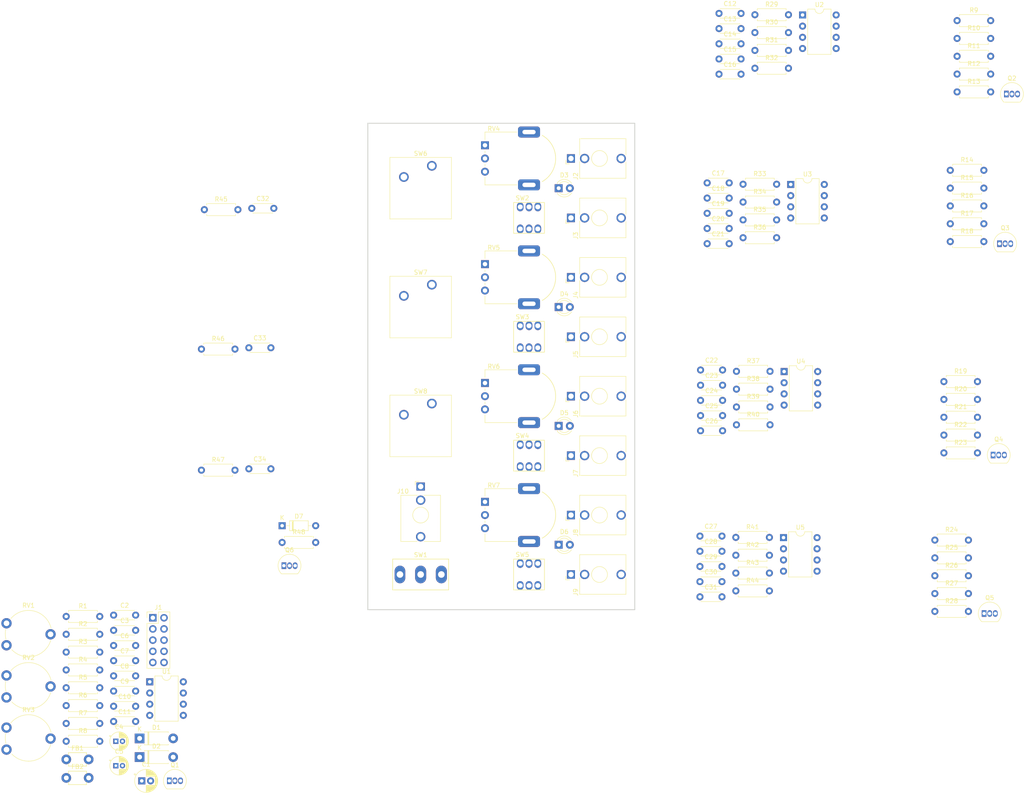
<source format=kicad_pcb>
(kicad_pcb (version 20221018) (generator pcbnew)
  (layers (0 "F.Cu" signal) (31 "B.Cu" signal) (34 "B.Paste" user) (35 "F.Paste" user) (36 "B.SilkS" user "B.Silkscreen") (37 "F.SilkS" user "F.Silkscreen") (38 "B.Mask" user) (39 "F.Mask" user) (44 "Edge.Cuts" user))
  (net 0 "")
  (net 1 "Net-(U1A-+)")
  (net 2 "GND")
  (net 3 "Net-(D1-K)")
  (net 4 "Net-(D2-A)")
  (net 5 "+12V")
  (net 6 "-12V")
  (net 7 "/Gate Length Generator 1/TRIGGER_IN")
  (net 8 "Net-(SW2-A)")
  (net 9 "Net-(U2-R)")
  (net 10 "Net-(U2-CV)")
  (net 11 "Net-(U2-DIS)")
  (net 12 "/Gate Length Generator 2/TRIGGER_IN")
  (net 13 "Net-(SW3-A)")
  (net 14 "Net-(U3-R)")
  (net 15 "Net-(U3-CV)")
  (net 16 "Net-(U3-DIS)")
  (net 17 "/Gate Length Generator 3/TRIGGER_IN")
  (net 18 "Net-(SW4-A)")
  (net 19 "Net-(U4-R)")
  (net 20 "Net-(U4-CV)")
  (net 21 "Net-(U4-DIS)")
  (net 22 "/CV Input/TRIGGER_IN")
  (net 23 "Net-(SW5-A)")
  (net 24 "Net-(U5-R)")
  (net 25 "Net-(U5-CV)")
  (net 26 "Net-(U5-DIS)")
  (net 27 "Net-(D1-A)")
  (net 28 "Net-(D2-K)")
  (net 29 "Net-(D3-A)")
  (net 30 "Net-(D4-A)")
  (net 31 "Net-(D5-A)")
  (net 32 "Net-(D6-A)")
  (net 33 "Net-(D7-K)")
  (net 34 "OUTa")
  (net 36 "OUTb")
  (net 44 "Net-(J10-PadT)")
  (net 45 "Net-(Q1-B)")
  (net 46 "Vdrive")
  (net 47 "Net-(Q2-B)")
  (net 48 "Net-(Q2-E)")
  (net 49 "Net-(Q3-B)")
  (net 50 "Net-(Q3-E)")
  (net 51 "Net-(Q4-B)")
  (net 52 "Net-(Q4-E)")
  (net 53 "Net-(Q5-B)")
  (net 54 "Net-(Q5-E)")
  (net 55 "Net-(R1-Pad2)")
  (net 56 "Net-(R2-Pad1)")
  (net 57 "Net-(R3-Pad2)")
  (net 58 "Net-(R4-Pad1)")
  (net 59 "Net-(SW1-B)")
  (net 60 "Net-(R6-Pad2)")
  (net 61 "Net-(U1A--)")
  (net 62 "/Gate Length Generator 1/TRIGGER_OUT")
  (net 63 "/Gate Length Generator 2/TRIGGER_OUT")
  (net 64 "/Gate Length Generator 3/TRIGGER_OUT")
  (net 65 "/Gate Length Generator 4/TRIGGER_OUT")
  (net 66 "Net-(R32-Pad2)")
  (net 67 "Net-(R36-Pad2)")
  (net 68 "Net-(R40-Pad2)")
  (net 69 "Net-(R44-Pad2)")
  (net 70 "Net-(R45-Pad1)")
  (net 71 "Net-(R46-Pad1)")
  (net 72 "Net-(R47-Pad1)")
  (net 73 "Net-(SW1-A)")
  (net 75 "Net-(SW1-C)")
  (net 85 "Net-(U1B--)")
  (footprint "Resistor_THT:R_Axial_DIN0207_L6.3mm_D2.5mm_P7.62mm_Horizontal" (layer "F.Cu") (at 30.03 177.33)
    (fp_text reference "R7" (at 3.81 -2.37) (layer "F.SilkS"))
    (fp_text value "10k")
    (pad "1" thru_hole circle (at 0 0) (size 1.6 1.6) (drill 0.8) (layers "*.Cu" "*.Mask") (net 46 "Vdrive"))
    (pad "2" thru_hole oval (at 7.62 0) (size 1.6 1.6) (drill 0.8) (layers "*.Cu" "*.Mask") (net 61 "Net-(U1A--)"))
  )
  (footprint "Resistor_THT:R_Axial_DIN0207_L6.3mm_D2.5mm_P7.62mm_Horizontal" (layer "F.Cu") (at 183.69 62.95)
    (fp_text reference "R35" (at 3.81 -2.37) (layer "F.SilkS"))
    (fp_text value "10k")
    (pad "1" thru_hole circle (at 0 0) (size 1.6 1.6) (drill 0.8) (layers "*.Cu" "*.Mask") (net 14 "Net-(U3-R)"))
    (pad "2" thru_hole oval (at 7.62 0) (size 1.6 1.6) (drill 0.8) (layers "*.Cu" "*.Mask") (net 5 "+12V"))
  )
  (footprint "Capacitor_THT:C_Disc_D4.3mm_W1.9mm_P5.00mm" (layer "F.Cu") (at 71.5 119.5)
    (fp_text reference "C34" (at 2.5 -2.2) (layer "F.SilkS"))
    (fp_text value "100n")
    (pad "1" thru_hole circle (at 0 0) (size 1.6 1.6) (drill 0.8) (layers "*.Cu" "*.Mask") (net 2 "GND"))
    (pad "2" thru_hole circle (at 5 0) (size 1.6 1.6) (drill 0.8) (layers "*.Cu" "*.Mask") (net 17 "/Gate Length Generator 3/TRIGGER_IN"))
  )
  (footprint "Capacitor_THT:C_Disc_D4.3mm_W1.9mm_P5.00mm" (layer "F.Cu") (at 173.9 141.675)
    (fp_text reference "C29" (at 2.5 -2.2) (layer "F.SilkS"))
    (fp_text value "10n")
    (pad "1" thru_hole circle (at 0 0) (size 1.6 1.6) (drill 0.8) (layers "*.Cu" "*.Mask") (net 25 "Net-(U5-CV)"))
    (pad "2" thru_hole circle (at 5 0) (size 1.6 1.6) (drill 0.8) (layers "*.Cu" "*.Mask") (net 2 "GND"))
  )
  (footprint "Resistor_THT:R_Axial_DIN0207_L6.3mm_D2.5mm_P7.62mm_Horizontal" (layer "F.Cu") (at 182.05 139.125)
    (fp_text reference "R42" (at 3.81 -2.37) (layer "F.SilkS"))
    (fp_text value "10k")
    (pad "1" thru_hole circle (at 0 0) (size 1.6 1.6) (drill 0.8) (layers "*.Cu" "*.Mask") (net 23 "Net-(SW5-A)"))
    (pad "2" thru_hole oval (at 7.62 0) (size 1.6 1.6) (drill 0.8) (layers "*.Cu" "*.Mask") (net 5 "+12V"))
  )
  (footprint "moPsy:Jack_3.5mm_QingPu_WQP-PJ398SM_Vertical_CircularHoles_Centered" (layer "F.Cu") (at 151.1 130 90)
    (fp_text reference "J8" (at -4.03 -5.4 270) (layer "F.SilkS"))
    (fp_text value "OUTa")
    (pad "S" thru_hole rect locked (at 0 -6.48 270) (size 1.93 1.83) (drill 1.22) (layers "*.Cu" "*.Mask") (net 34 "OUTa"))
    (pad "T" thru_hole circle locked (at 0 4.92 270) (size 2.13 2.13) (drill 1.43) (layers "*.Cu" "*.Mask") (net 2 "GND"))
    (pad "TN" thru_hole circle locked (at 0 -3.38 270) (size 2.13 2.13) (drill 1.42) (layers "*.Cu" "*.Mask"))
  )
  (footprint "Capacitor_THT:C_Disc_D4.3mm_W1.9mm_P5.00mm" (layer "F.Cu") (at 178.23 26.4)
    (fp_text reference "C15" (at 2.5 -2.2) (layer "F.SilkS"))
    (fp_text value "100n")
    (pad "1" thru_hole circle (at 0 0) (size 1.6 1.6) (drill 0.8) (layers "*.Cu" "*.Mask") (net 11 "Net-(U2-DIS)"))
    (pad "2" thru_hole circle (at 5 0) (size 1.6 1.6) (drill 0.8) (layers "*.Cu" "*.Mask") (net 2 "GND"))
  )
  (footprint "Capacitor_THT:C_Disc_D4.3mm_W1.9mm_P5.00mm" (layer "F.Cu") (at 173.9 145.125)
    (fp_text reference "C30" (at 2.5 -2.2) (layer "F.SilkS"))
    (fp_text value "100n")
    (pad "1" thru_hole circle (at 0 0) (size 1.6 1.6) (drill 0.8) (layers "*.Cu" "*.Mask") (net 26 "Net-(U5-DIS)"))
    (pad "2" thru_hole circle (at 5 0) (size 1.6 1.6) (drill 0.8) (layers "*.Cu" "*.Mask") (net 2 "GND"))
  )
  (footprint "Resistor_THT:R_Axial_DIN0207_L6.3mm_D2.5mm_P7.62mm_Horizontal" (layer "F.Cu") (at 30.03 165.18)
    (fp_text reference "R4" (at 3.81 -2.37) (layer "F.SilkS"))
    (fp_text value "39k")
    (pad "1" thru_hole circle (at 0 0) (size 1.6 1.6) (drill 0.8) (layers "*.Cu" "*.Mask") (net 58 "Net-(R4-Pad1)"))
    (pad "2" thru_hole oval (at 7.62 0) (size 1.6 1.6) (drill 0.8) (layers "*.Cu" "*.Mask") (net 2 "GND"))
  )
  (footprint "Resistor_THT:R_Axial_DIN0207_L6.3mm_D2.5mm_P7.62mm_Horizontal" (layer "F.Cu") (at 182.05 135.075)
    (fp_text reference "R41" (at 3.81 -2.37) (layer "F.SilkS"))
    (fp_text value "2k2")
    (pad "1" thru_hole circle (at 0 0) (size 1.6 1.6) (drill 0.8) (layers "*.Cu" "*.Mask") (net 22 "/CV Input/TRIGGER_IN"))
    (pad "2" thru_hole oval (at 7.62 0) (size 1.6 1.6) (drill 0.8) (layers "*.Cu" "*.Mask") (net 5 "+12V"))
  )
  (footprint "Resistor_THT:R_Axial_DIN0207_L6.3mm_D2.5mm_P7.62mm_Horizontal" (layer "F.Cu") (at 227.23 143.78)
    (fp_text reference "R26" (at 3.81 -2.37) (layer "F.SilkS"))
    (fp_text value "10k")
    (pad "1" thru_hole circle (at 0 0) (size 1.6 1.6) (drill 0.8) (layers "*.Cu" "*.Mask") (net 2 "GND"))
    (pad "2" thru_hole oval (at 7.62 0) (size 1.6 1.6) (drill 0.8) (layers "*.Cu" "*.Mask") (net 54 "Net-(Q5-E)"))
  )
  (footprint "Resistor_THT:R_Axial_DIN0207_L6.3mm_D2.5mm_P7.62mm_Horizontal" (layer "F.Cu") (at 186.38 28.5)
    (fp_text reference "R32" (at 3.81 -2.37) (layer "F.SilkS"))
    (fp_text value "4k7")
    (pad "1" thru_hole circle (at 0 0) (size 1.6 1.6) (drill 0.8) (layers "*.Cu" "*.Mask") (net 11 "Net-(U2-DIS)"))
    (pad "2" thru_hole oval (at 7.62 0) (size 1.6 1.6) (drill 0.8) (layers "*.Cu" "*.Mask") (net 66 "Net-(R32-Pad2)"))
  )
  (footprint "Capacitor_THT:C_Disc_D4.3mm_W1.9mm_P5.00mm" (layer "F.Cu") (at 174.04 103.95)
    (fp_text reference "C24" (at 2.5 -2.2) (layer "F.SilkS"))
    (fp_text value "10n")
    (pad "1" thru_hole circle (at 0 0) (size 1.6 1.6) (drill 0.8) (layers "*.Cu" "*.Mask") (net 20 "Net-(U4-CV)"))
    (pad "2" thru_hole circle (at 5 0) (size 1.6 1.6) (drill 0.8) (layers "*.Cu" "*.Mask") (net 2 "GND"))
  )
  (footprint "Diode_THT:D_DO-41_SOD81_P7.62mm_Horizontal" (layer "F.Cu") (at 46.7 184.98)
    (fp_text reference "D2" (at 3.81 -2.47) (layer "F.SilkS"))
    (fp_text value "D_Schottky")
    (fp_text user "K" (at 0 -2.1) (layer "F.SilkS"))
    (pad "1" thru_hole rect (at 0 0) (size 2.2 2.2) (drill 1.1) (layers "*.Cu" "*.Mask") (net 28 "Net-(D2-K)"))
    (pad "2" thru_hole oval (at 7.62 0) (size 2.2 2.2) (drill 1.1) (layers "*.Cu" "*.Mask") (net 4 "Net-(D2-A)"))
  )
  (footprint "Resistor_THT:R_Axial_DIN0207_L6.3mm_D2.5mm_P7.62mm_Horizontal" (layer "F.Cu") (at 229.28 107.78)
    (fp_text reference "R21" (at 3.81 -2.37) (layer "F.SilkS"))
    (fp_text value "10k")
    (pad "1" thru_hole circle (at 0 0) (size 1.6 1.6) (drill 0.8) (layers "*.Cu" "*.Mask") (net 2 "GND"))
    (pad "2" thru_hole oval (at 7.62 0) (size 1.6 1.6) (drill 0.8) (layers "*.Cu" "*.Mask") (net 52 "Net-(Q4-E)"))
  )
  (footprint "Capacitor_THT:C_Disc_D4.3mm_W1.9mm_P5.00mm" (layer "F.Cu") (at 40.8 159.63)
    (fp_text reference "C6" (at 2.5 -2.2) (layer "F.SilkS"))
    (fp_text value "100n")
    (pad "1" thru_hole circle (at 0 0) (size 1.6 1.6) (drill 0.8) (layers "*.Cu" "*.Mask") (net 5 "+12V"))
    (pad "2" thru_hole circle (at 5 0) (size 1.6 1.6) (drill 0.8) (layers "*.Cu" "*.Mask") (net 2 "GND"))
  )
  (footprint "moPsy:FBeadL4D4" (layer "F.Cu") (at 32.595 185.504)
    (fp_text reference "FB1" (at 0 -2.54 unlocked) (layer "F.SilkS"))
    (fp_text value "FerriteBead")
    (pad "1" thru_hole circle (at -2.54 0) (size 2.2 2.2) (drill 1.1) (layers "*.Cu" "*.Mask") (net 3 "Net-(D1-K)"))
    (pad "2" thru_hole circle (at 2.54 0) (size 2.2 2.2) (drill 1.1) (layers "*.Cu" "*.Mask") (net 5 "+12V"))
  )
  (footprint "LED_THT:LED_D3.0mm" (layer "F.Cu") (at 141.83 136.75)
    (fp_text reference "D6" (at 1.27 -2.96) (layer "F.SilkS"))
    (fp_text value "rt")
    (pad "1" thru_hole rect locked (at 0 0) (size 1.8 1.8) (drill 0.9) (layers "*.Cu" "*.Mask") (net 2 "GND"))
    (pad "2" thru_hole circle locked (at 2.54 0) (size 1.8 1.8) (drill 0.9) (layers "*.Cu" "*.Mask") (net 32 "Net-(D6-A)"))
  )
  (footprint "Resistor_THT:R_Axial_DIN0207_L6.3mm_D2.5mm_P7.62mm_Horizontal" (layer "F.Cu") (at 182.05 147.225)
    (fp_text reference "R44" (at 3.81 -2.37) (layer "F.SilkS"))
    (fp_text value "4k7")
    (pad "1" thru_hole circle (at 0 0) (size 1.6 1.6) (drill 0.8) (layers "*.Cu" "*.Mask") (net 26 "Net-(U5-DIS)"))
    (pad "2" thru_hole oval (at 7.62 0) (size 1.6 1.6) (drill 0.8) (layers "*.Cu" "*.Mask") (net 69 "Net-(R44-Pad2)"))
  )
  (footprint "moPsy:Jack_3.5mm_QingPu_WQP-PJ398SM_Vertical_CircularHoles_Centered" (layer "F.Cu") (at 151.1 49 90)
    (fp_text reference "J2" (at -4.03 -5.4 270) (layer "F.SilkS"))
    (fp_text value "OUTa")
    (pad "S" thru_hole rect locked (at 0 -6.48 270) (size 1.93 1.83) (drill 1.22) (layers "*.Cu" "*.Mask") (net 34 "OUTa"))
    (pad "T" thru_hole circle locked (at 0 4.92 270) (size 2.13 2.13) (drill 1.43) (layers "*.Cu" "*.Mask") (net 2 "GND"))
    (pad "TN" thru_hole circle locked (at 0 -3.38 270) (size 2.13 2.13) (drill 1.42) (layers "*.Cu" "*.Mask"))
  )
  (footprint "Resistor_THT:R_Axial_DIN0207_L6.3mm_D2.5mm_P7.62mm_Horizontal" (layer "F.Cu") (at 232.28 25.78)
    (fp_text reference "R11" (at 3.81 -2.37) (layer "F.SilkS"))
    (fp_text value "10k")
    (pad "1" thru_hole circle (at 0 0) (size 1.6 1.6) (drill 0.8) (layers "*.Cu" "*.Mask") (net 2 "GND"))
    (pad "2" thru_hole oval (at 7.62 0) (size 1.6 1.6) (drill 0.8) (layers "*.Cu" "*.Mask") (net 48 "Net-(Q2-E)"))
  )
  (footprint "Package_TO_SOT_THT:TO-92_Inline" (layer "F.Cu") (at 240.46 116.36)
    (fp_text reference "Q4" (at 1.27 -3.56) (layer "F.SilkS"))
    (fp_text value "BC547")
    (pad "1" thru_hole rect (at 0 0) (size 1.05 1.5) (drill 0.75) (layers "*.Cu" "*.Mask") (net 46 "Vdrive"))
    (pad "2" thru_hole oval (at 1.27 0) (size 1.05 1.5) (drill 0.75) (layers "*.Cu" "*.Mask") (net 51 "Net-(Q4-B)"))
    (pad "3" thru_hole oval (at 2.54 0) (size 1.05 1.5) (drill 0.75) (layers "*.Cu" "*.Mask") (net 52 "Net-(Q4-E)"))
  )
  (footprint "Diode_THT:D_DO-41_SOD81_P7.62mm_Horizontal" (layer "F.Cu") (at 46.7 180.73)
    (fp_text reference "D1" (at 3.81 -2.47) (layer "F.SilkS"))
    (fp_text value "D_Schottky")
    (fp_text user "K" (at 0 -2.1) (layer "F.SilkS"))
    (pad "1" thru_hole rect (at 0 0) (size 2.2 2.2) (drill 1.1) (layers "*.Cu" "*.Mask") (net 3 "Net-(D1-K)"))
    (pad "2" thru_hole oval (at 7.62 0) (size 2.2 2.2) (drill 1.1) (layers "*.Cu" "*.Mask") (net 27 "Net-(D1-A)"))
  )
  (footprint "moPsy:Potentiometer_Befaco_12mm_Single_Vertical" (layer "F.Cu") (at 135.1 76)
    (fp_text reference "RV5" (at -8 -6.75) (layer "F.SilkS"))
    (fp_text value "1M")
    (pad "1" thru_hole rect locked (at -10 -3) (size 1.8 1.8) (drill 1) (layers "*.Cu" "*.Mask") (net 5 "+12V"))
    (pad "2" thru_hole circle locked (at -10 0) (size 1.8 1.8) (drill 1) (layers "*.Cu" "*.Mask") (net 67 "Net-(R36-Pad2)"))
    (pad "3" thru_hole circle locked (at -10 3) (size 1.8 1.8) (drill 1) (layers "*.Cu" "*.Mask"))
    (pad "MP" thru_hole roundrect locked (at 0 -6) (size 5 2.5) (drill oval 3 1) (layers "*.Cu" "*.Mask"))
    (pad "MP" thru_hole roundrect locked (at 0 6) (size 5 2.5) (drill oval 3 1) (layers "*.Cu" "*.Mask"))
  )
  (footprint "moPsy:Switch_SPDT_TSM103A2_Befaco" (layer "F.Cu") (at 110.5 143.5)
    (fp_text reference "SW1" (at 0 -4.445 unlocked) (layer "F.SilkS"))
    (fp_text value "ON/OFF/ON")
    (pad "1" thru_hole oval locked (at -4.7 0) (size 2.4 4) (drill 1.5) (layers "*.Cu" "*.Mask") (net 73 "Net-(SW1-A)"))
    (pad "2" thru_hole oval locked (at 0 0) (size 2.5 4) (drill 1.5) (layers "*.Cu" "*.Mask") (net 59 "Net-(SW1-B)"))
    (pad "3" thru_hole oval locked (at 4.7 0) (size 2.5 4) (drill 1.5) (layers "*.Cu" "*.Mask") (net 75 "Net-(SW1-C)"))
  )
  (footprint "Resistor_THT:R_Axial_DIN0207_L6.3mm_D2.5mm_P7.62mm_Horizontal" (layer "F.Cu") (at 230.73 55.73)
    (fp_text reference "R15" (at 3.81 -2.37) (layer "F.SilkS"))
    (fp_text value "2k2")
    (pad "1" thru_hole circle (at 0 0) (size 1.6 1.6) (drill 0.8) (layers "*.Cu" "*.Mask") (net 63 "/Gate Length Generator 2/TRIGGER_OUT"))
    (pad "2" thru_hole oval (at 7.62 0) (size 1.6 1.6) (drill 0.8) (layers "*.Cu" "*.Mask") (net 49 "Net-(Q3-B)"))
  )
  (footprint "moPsy:FBeadL4D4" (layer "F.Cu") (at 32.595 189.702)
    (fp_text reference "FB2" (at 0 -2.54 unlocked) (layer "F.SilkS"))
    (fp_text value "FerriteBead")
    (pad "1" thru_hole circle (at -2.54 0) (size 2.2 2.2) (drill 1.1) (layers "*.Cu" "*.Mask") (net 4 "Net-(D2-A)"))
    (pad "2" thru_hole circle (at 2.54 0) (size 2.2 2.2) (drill 1.1) (layers "*.Cu" "*.Mask") (net 6 "-12V"))
  )
  (footprint "moPsy:Jack_3.5mm_QingPu_WQP-PJ398SM_Vertical_CircularHoles_Centered" (layer "F.Cu") (at 151.1 76 90)
    (fp_text reference "J4" (at -4.03 -5.4 270) (layer "F.SilkS"))
    (fp_text value "OUTa")
    (pad "S" thru_hole rect locked (at 0 -6.48 270) (size 1.93 1.83) (drill 1.22) (layers "*.Cu" "*.Mask") (net 34 "OUTa"))
    (pad "T" thru_hole circle locked (at 0 4.92 270) (size 2.13 2.13) (drill 1.43) (layers "*.Cu" "*.Mask") (net 2 "GND"))
    (pad "TN" thru_hole circle locked (at 0 -3.38 270) (size 2.13 2.13) (drill 1.42) (layers "*.Cu" "*.Mask"))
  )
  (footprint "Resistor_THT:R_Axial_DIN0207_L6.3mm_D2.5mm_P7.62mm_Horizontal" (layer "F.Cu") (at 79.05 136.22)
    (fp_text reference "R48" (at 3.81 -2.37) (layer "F.SilkS"))
    (fp_text value "10k")
    (pad "1" thru_hole circle (at 0 0) (size 1.6 1.6) (drill 0.8) (layers "*.Cu" "*.Mask") (net 44 "Net-(J10-PadT)"))
    (pad "2" thru_hole oval (at 7.62 0) (size 1.6 1.6) (drill 0.8) (layers "*.Cu" "*.Mask") (net 33 "Net-(D7-K)"))
  )
  (footprint "Resistor_THT:R_Axial_DIN0207_L6.3mm_D2.5mm_P7.62mm_Horizontal" (layer "F.Cu") (at 60.73 119.8)
    (fp_text reference "R47" (at 3.81 -2.37) (layer "F.SilkS"))
    (fp_text value "100R")
    (pad "1" thru_hole circle (at 0 0) (size 1.6 1.6) (drill 0.8) (layers "*.Cu" "*.Mask") (net 72 "Net-(R47-Pad1)"))
    (pad "2" thru_hole oval (at 7.62 0) (size 1.6 1.6) (drill 0.8) (layers "*.Cu" "*.Mask") (net 17 "/Gate Length Generator 3/TRIGGER_IN"))
  )
  (footprint "Resistor_THT:R_Axial_DIN0207_L6.3mm_D2.5mm_P7.62mm_Horizontal" (layer "F.Cu") (at 232.28 29.83)
    (fp_text reference "R12" (at 3.81 -2.37) (layer "F.SilkS"))
    (fp_text value "1k")
    (pad "1" thru_hole circle (at 0 0) (size 1.6 1.6) (drill 0.8) (layers "*.Cu" "*.Mask") (net 48 "Net-(Q2-E)"))
    (pad "2" thru_hole oval (at 7.62 0) (size 1.6 1.6) (drill 0.8) (layers "*.Cu" "*.Mask") (net 34 "OUTa"))
  )
  (footprint "Resistor_THT:R_Axial_DIN0207_L6.3mm_D2.5mm_P7.62mm_Horizontal" (layer "F.Cu") (at 30.03 173.28)
    (fp_text reference "R6" (at 3.81 -2.37) (layer "F.SilkS"))
    (fp_text value "100R")
    (pad "1" thru_hole circle (at 0 0) (size 1.6 1.6) (drill 0.8) (layers "*.Cu" "*.Mask") (net 45 "Net-(Q1-B)"))
    (pad "2" thru_hole oval (at 7.62 0) (size 1.6 1.6) (drill 0.8) (layers "*.Cu" "*.Mask") (net 60 "Net-(R6-Pad2)"))
  )
  (footprint "Resistor_THT:R_Axial_DIN0207_L6.3mm_D2.5mm_P7.62mm_Horizontal" (layer "F.Cu") (at 183.69 67)
    (fp_text reference "R36" (at 3.81 -2.37) (layer "F.SilkS"))
    (fp_text value "4k7")
    (pad "1" thru_hole circle (at 0 0) (size 1.6 1.6) (drill 0.8) (layers "*.Cu" "*.Mask") (net 16 "Net-(U3-DIS)"))
    (pad "2" thru_hole oval (at 7.62 0) (size 1.6 1.6) (drill 0.8) (layers "*.Cu" "*.Mask") (net 67 "Net-(R36-Pad2)"))
  )
  (footprint "Capacitor_THT:C_Disc_D4.3mm_W1.9mm_P5.00mm" (layer "F.Cu") (at 173.9 134.775)
    (fp_text reference "C27" (at 2.5 -2.2) (layer "F.SilkS"))
    (fp_text value "10n")
    (pad "1" thru_hole circle (at 0 0) (size 1.6 1.6) (drill 0.8) (layers "*.Cu" "*.Mask") (net 22 "/CV Input/TRIGGER_IN"))
    (pad "2" thru_hole circle (at 5 0) (size 1.6 1.6) (drill 0.8) (layers "*.Cu" "*.Mask") (net 23 "Net-(SW5-A)"))
  )
  (footprint "Button_Switch_Keyboard:SW_Cherry_MX_1.00u_PCB" (layer "F.Cu") (at 113.04 50.67)
    (fp_text reference "SW6" (at -2.54 -2.794) (layer "F.SilkS"))
    (fp_text value "SW_Push")
    (pad "" np_thru_hole circle locked (at -7.62 5.08) (size 1.7 1.7) (drill 1.7) (layers "*.Cu" "*.Mask"))
    (pad "" np_thru_hole circle locked (at -2.54 5.08) (size 4 4) (drill 4) (layers "*.Cu" "*.Mask"))
    (pad "" np_thru_hole circle locked (at 2.54 5.08) (size 1.7 1.7) (drill 1.7) (layers "*.Cu" "*.Mask"))
    (pad "1" thru_hole circle locked (at 0 0) (size 2.2 2.2) (drill 1.5) (layers "*.Cu" "*.Mask") (net 2 "GND"))
    (pad "2" thru_hole circle locked (at -6.35 2.54) (size 2.2 2.2) (drill 1.5) (layers "*.Cu" "*.Mask") (net 70 "Net-(R45-Pad1)"))
  )
  (footprint "Capacitor_THT:C_Disc_D4.3mm_W1.9mm_P5.00mm" (layer "F.Cu") (at 174.04 107.4)
    (fp_text reference "C25" (at 2.5 -2.2) (layer "F.SilkS"))
    (fp_text value "100n")
    (pad "1" thru_hole circle (at 0 0) (size 1.6 1.6) (drill 0.8) (layers "*.Cu" "*.Mask") (net 21 "Net-(U4-DIS)"))
    (pad "2" thru_hole circle (at 5 0) (size 1.6 1.6) (drill 0.8) (layers "*.Cu" "*.Mask") (net 2 "GND"))
  )
  (footprint "Package_TO_SOT_THT:TO-92_Inline" (layer "F.Cu") (at 238.41 152.36)
    (fp_text reference "Q5" (at 1.27 -3.56) (layer "F.SilkS"))
    (fp_text value "BC547")
    (pad "1" thru_hole rect (at 0 0) (size 1.05 1.5) (drill 0.75) (layers "*.Cu" "*.Mask") (net 46 "Vdrive"))
    (pad "2" thru_hole oval (at 1.27 0) (size 1.05 1.5) (drill 0.75) (layers "*.Cu" "*.Mask") (net 53 "Net-(Q5-B)"))
    (pad "3" thru_hole oval (at 2.54 0) (size 1.05 1.5) (drill 0.75) (layers "*.Cu" "*.Mask") (net 54 "Net-(Q5-E)"))
  )
  (footprint "Diode_THT:D_DO-35_SOD27_P7.62mm_Horizontal" (layer "F.Cu") (at 79.05 132.42)
    (fp_text reference "D7" (at 3.81 -2.12) (layer "F.SilkS"))
    (fp_text value "1N4148")
    (fp_text user "K" (at 0 -1.8) (layer "F.SilkS"))
    (pad "1" thru_hole rect (at 0 0) (size 1.6 1.6) (drill 0.8) (layers "*.Cu" "*.Mask") (net 33 "Net-(D7-K)"))
    (pad "2" thru_hole oval (at 7.62 0) (size 1.6 1.6) (drill 0.8) (layers "*.Cu" "*.Mask") (net 2 "GND"))
  )
  (footprint "Package_TO_SOT_THT:TO-92_Inline" (layer "F.Cu") (at 243.46 34.36)
    (fp_text reference "Q2" (at 1.27 -3.56) (layer "F.SilkS"))
    (fp_text value "BC547")
    (pad "1" thru_hole rect (at 0 0) (size 1.05 1.5) (drill 0.75) (layers "*.Cu" "*.Mask") (net 46 "Vdrive"))
    (pad "2" thru_hole oval (at 1.27 0) (size 1.05 1.5) (drill 0.75) (layers "*.Cu" "*.Mask") (net 47 "Net-(Q2-B)"))
    (pad "3" thru_hole oval (at 2.54 0) (size 1.05 1.5) (drill 0.75) (layers "*.Cu" "*.Mask") (net 48 "Net-(Q2-E)"))
  )
  (footprint "Resistor_THT:R_Axial_DIN0207_L6.3mm_D2.5mm_P7.62mm_Horizontal" (layer "F.Cu") (at 182.19 109.5)
    (fp_text reference "R40" (at 3.81 -2.37) (layer "F.SilkS"))
    (fp_text value "4k7")
    (pad "1" thru_hole circle (at 0 0) (size 1.6 1.6) (drill 0.8) (layers "*.Cu" "*.Mask") (net 21 "Net-(U4-DIS)"))
    (pad "2" thru_hole oval (at 7.62 0) (size 1.6 1.6) (drill 0.8) (layers "*.Cu" "*.Mask") (net 68 "Net-(R40-Pad2)"))
  )
  (footprint "Resistor_THT:R_Axial_DIN0207_L6.3mm_D2.5mm_P7.62mm_Horizontal" (layer "F.Cu") (at 30.03 181.38)
    (fp_text reference "R8" (at 3.81 -2.37) (layer "F.SilkS"))
    (fp_text value "10k")
    (pad "1" thru_hole circle (at 0 0) (size 1.6 1.6) (drill 0.8) (layers "*.Cu" "*.Mask") (net 46 "Vdrive"))
    (pad "2" thru_hole oval (at 7.62 0) (size 1.6 1.6) (drill 0.8) (layers "*.Cu" "*.Mask") (net 2 "GND"))
  )
  (footprint "Potentiometer_THT:Potentiometer_Piher_PT-10-V10_Vertical" (layer "F.Cu") (at 16.48 171.43)
    (fp_text reference "RV2" (at 5 -9.05) (layer "F.SilkS"))
    (fp_text value "10k")
    (pad "1" thru_hole circle (at 0 0) (size 2.34 2.34) (drill 1.3) (layers "*.Cu" "*.Mask") (net 73 "Net-(SW1-A)"))
    (pad "2" thru_hole circle (at 10 -2.5) (size 2.34 2.34) (drill 1.3) (layers "*.Cu" "*.Mask") (net 57 "Net-(R3-Pad2)"))
    (pad "3" thru_hole circle (at 0 -5) (size 2.34 2.34) (drill 1.3) (layers "*.Cu" "*.Mask"))
  )
  (footprint "Package_DIP:DIP-8_W7.62mm" (layer "F.Cu") (at 192.87 135.125)
    (fp_text reference "U5" (at 3.81 -2.33) (layer "F.SilkS"))
    (fp_text value "LM555xN")
    (pad "1" thru_hole rect (at 0 0) (size 1.6 1.6) (drill 0.8) (layers "*.Cu" "*.Mask") (net 2 "GND"))
    (pad "2" thru_hole oval (at 0 2.54) (size 1.6 1.6) (drill 0.8) (layers "*.Cu" "*.Mask") (net 23 "Net-(SW5-A)"))
    (pad "3" thru_hole oval (at 0 5.08) (size 1.6 1.6) (drill 0.8) (layers "*.Cu" "*.Mask") (net 65 "/Gate Length Generator 4/TRIGGER_OUT"))
    (pad "4" thru_hole oval (at 0 7.62) (size 1.6 1.6) (drill 0.8) (layers "*.Cu" "*.Mask") (net 24 "Net-(U5-R)"))
    (pad "5" thru_hole oval (at 7.62 7.62) (size 1.6 1.6) (drill 0.8) (layers "*.Cu" "*.Mask") (net 25 "Net-(U5-CV)"))
    (pad "6" thru_hole oval (at 7.62 5.08) (size 1.6 1.6) (drill 0.8) (layers "*.Cu" "*.Mask") (net 26 "Net-(U5-DIS)"))
    (pad "7" thru_hole oval (at 7.62 2.54) (size 1.6 1.6) (drill 0.8) (layers "*.Cu" "*.Mask") (net 26 "Net-(U5-DIS)"))
    (pad "8" thru_hole oval (at 7.62 0) (size 1.6 1.6) (drill 0.8) (layers "*.Cu" "*.Mask") (net 5 "+12V"))
  )
  (footprint "Resistor_THT:R_Axial_DIN0207_L6.3mm_D2.5mm_P7.62mm_Horizontal" (layer "F.Cu") (at 182.19 97.35)
    (fp_text reference "R37" (at 3.81 -2.37) (layer "F.SilkS"))
    (fp_text value "2k2")
    (pad "1" thru_hole circle (at 0 0) (size 1.6 1.6) (drill 0.8) (layers "*.Cu" "*.Mask") (net 17 "/Gate Length Generator 3/TRIGGER_IN"))
    (pad "2" thru_hole oval (at 7.62 0) (size 1.6 1.6) (drill 0.8) (layers "*.Cu" "*.Mask") (net 5 "+12V"))
  )
  (footprint "Capacitor_THT:CP_Radial_D4.0mm_P1.50mm" (layer "F.Cu") (at 41.304801 181.38)
    (fp_text reference "C4" (at 0.75 -3.25) (layer "F.SilkS"))
    (fp_text value "10u")
    (pad "1" thru_hole rect (at 0 0) (size 1.2 1.2) (drill 0.6) (layers "*.Cu" "*.Mask") (net 5 "+12V"))
    (pad "2" thru_hole circle (at 1.5 0) (size 1.2 1.2) (drill 0.6) (layers "*.Cu" "*.Mask") (net 2 "GND"))
  )
  (footprint "Resistor_THT:R_Axial_DIN0207_L6.3mm_D2.5mm_P7.62mm_Horizontal" (layer "F.Cu") (at 229.28 115.88)
    (fp_text reference "R23" (at 3.81 -2.37) (layer "F.SilkS"))
    (fp_text value "1k")
    (pad "1" thru_hole circle (at 0 0) (size 1.6 1.6) (drill 0.8) (layers "*.Cu" "*.Mask") (net 52 "Net-(Q4-E)"))
    (pad "2" thru_hole oval (at 7.62 0) (size 1.6 1.6) (drill 0.8) (layers "*.Cu" "*.Mask") (net 36 "OUTb"))
  )
  (footprint "Resistor_THT:R_Axial_DIN0207_L6.3mm_D2.5mm_P7.62mm_Horizontal" (layer "F.Cu") (at 227.23 135.68)
    (fp_text reference "R24" (at 3.81 -2.37) (layer "F.SilkS"))
    (fp_text value "470R")
    (pad "1" thru_hole circle (at 0 0) (size 1.6 1.6) (drill 0.8) (layers "*.Cu" "*.Mask") (net 32 "Net-(D6-A)"))
    (pad "2" thru_hole oval (at 7.62 0) (size 1.6 1.6) (drill 0.8) (layers "*.Cu" "*.Mask") (net 65 "/Gate Length Generator 4/TRIGGER_OUT"))
  )
  (footprint "Capacitor_THT:C_Disc_D4.3mm_W1.9mm_P5.00mm" (layer "F.Cu") (at 40.8 166.53)
    (fp_text reference "C8" (at 2.5 -2.2) (layer "F.SilkS"))
    (fp_text value "100n")
    (pad "1" thru_hole circle (at 0 0) (size 1.6 1.6) (drill 0.8) (layers "*.Cu" "*.Mask") (net 5 "+12V"))
    (pad "2" thru_hole circle (at 5 0) (size 1.6 1.6) (drill 0.8) (layers "*.Cu" "*.Mask") (net 2 "GND"))
  )
  (footprint "Resistor_THT:R_Axial_DIN0207_L6.3mm_D2.5mm_P7.62mm_Horizontal" (layer "F.Cu") (at 182.19 105.45)
    (fp_text reference "R39" (at 3.81 -2.37) (layer "F.SilkS"))
    (fp_text value "10k")
    (pad "1" thru_hole circle (at 0 0) (size 1.6 1.6) (drill 0.8) (layers "*.Cu" "*.Mask") (net 19 "Net-(U4-R)"))
    (pad "2" thru_hole oval (at 7.62 0) (size 1.6 1.6) (drill 0.8) (layers "*.Cu" "*.Mask") (net 5 "+12V"))
  )
  (footprint "LED_THT:LED_D3.0mm" (layer "F.Cu") (at 141.83 55.75)
    (fp_text reference "D3" (at 1.27 -2.96) (layer "F.SilkS"))
    (fp_text value "rt")
    (pad "1" thru_hole rect locked (at 0 0) (size 1.8 1.8) (drill 0.9) (layers "*.Cu" "*.Mask") (net 2 "GND"))
    (pad "2" thru_hole circle locked (at 2.54 0) (size 1.8 1.8) (drill 0.9) (layers "*.Cu" "*.Mask") (net 29 "Net-(D3-A)"))
  )
  (footprint "moPsy:PB_Hor_7x7_2pole" (layer "F.Cu") (at 135.1 116.5)
    (fp_text reference "SW4" (at -1.5 -4.5 unlocked) (layer "F.SilkS"))
    (fp_text value "ON/ON")
    (pad "1" thru_hole oval locked (at 0 -2.5) (size 1.5 2) (drill 1.1) (layers "*.Cu" "*.Mask") (net 18 "Net-(SW4-A)"))
    (pad "2" thru_hole oval locked (at -2 -2.5) (size 1.5 2) (drill 1.1) (layers "*.Cu" "*.Mask") (net 17 "/Gate Length Generator 3/TRIGGER_IN"))
    (pad "3" thru_hole oval locked (at 2 -2.5) (size 1.5 2) (drill 1.1) (layers "*.Cu" "*.Mask"))
    (pad "4" thru_hole oval locked (at 0 2.5 180) (size 1.5 2) (drill 1.1) (layers "*.Cu" "*.Mask"))
    (pad "5" thru_hole oval locked (at 2 2.5 180) (size 1.5 2) (drill 1.1) (layers "*.Cu" "*.Mask"))
    (pad "6" thru_hole oval locked (at -2 2.5 180) (size 1.5 2) (drill 1.1) (layers "*.Cu" "*.Mask"))
  )
  (footprint "Capacitor_THT:C_Disc_D4.3mm_W1.9mm_P5.00mm" (layer "F.Cu") (at 174.04 110.85)
    (fp_text reference "C26" (at 2.5 -2.2) (layer "F.SilkS"))
    (fp_text value "100n")
    (pad "1" thru_hole circle (at 0 0) (size 1.6 1.6) (drill 0.8) (layers "*.Cu" "*.Mask") (net 21 "Net-(U4-DIS)"))
    (pad "2" thru_hole circle (at 5 0) (size 1.6 1.6) (drill 0.8) (layers "*.Cu" "*.Mask") (net 2 "GND"))
  )
  (footprint "Resistor_THT:R_Axial_DIN0207_L6.3mm_D2.5mm_P7.62mm_Horizontal" (layer "F.Cu") (at 61.395 60.625)
    (fp_text reference "R45" (at 3.81 -2.37) (layer "F.SilkS"))
    (fp_text value "100R")
    (pad "1" thru_hole circle (at 0 0) (size 1.6 1.6) (drill 0.8) (layers "*.Cu" "*.Mask") (net 70 "Net-(R45-Pad1)"))
    (pad "2" thru_hole oval (at 7.62 0) (size 1.6 1.6) (drill 0.8) (layers "*.Cu" "*.Mask") (net 7 "/Gate Length Generator 1/TRIGGER_IN"))
  )
  (footprint "Capacitor_THT:C_Disc_D4.3mm_W1.9mm_P5.00mm" (layer "F.Cu") (at 175.54 61.45)
    (fp_text reference "C19" (at 2.5 -2.2) (layer "F.SilkS"))
    (fp_text value "10n")
    (pad "1" thru_hole circle (at 0 0) (size 1.6 1.6) (drill 0.8) (layers "*.Cu" "*.Mask") (net 15 "Net-(U3-CV)"))
    (pad "2" thru_hole circle (at 5 0) (size 1.6 1.6) (drill 0.8) (layers "*.Cu" "*.Mask") (net 2 "GND"))
  )
  (footprint "Capacitor_THT:C_Disc_D4.3mm_W1.9mm_P5.00mm" (layer "F.Cu") (at 40.8 176.88)
    (fp_text reference "C11" (at 2.5 -2.2) (layer "F.SilkS"))
    (fp_text value "100n")
    (pad "1" thru_hole circle (at 0 0) (size 1.6 1.6) (drill 0.8) (layers "*.Cu" "*.Mask") (net 2 "GND"))
    (pad "2" thru_hole circle (at 5 0) (size 1.6 1.6) (drill 0.8) (layers "*.Cu" "*.Mask") (net 6 "-12V"))
  )
  (footprint "Capacitor_THT:C_Disc_D4.3mm_W1.9mm_P5.00mm" (layer "F.Cu") (at 40.8 152.73)
    (fp_text reference "C2" (at 2.5 -2.2) (layer "F.SilkS"))
    (fp_text value "100n")
    (pad "1" thru_hole circle (at 0 0) (size 1.6 1.6) (drill 0.8) (layers "*.Cu" "*.Mask") (net 3 "Net-(D1-K)"))
    (pad "2" thru_hole circle (at 5 0) (size 1.6 1.6) (drill 0.8) (layers "*.Cu" "*.Mask") (net 2 "GND"))
  )
  (footprint "Capacitor_THT:C_Disc_D4.3mm_W1.9mm_P5.00mm" (layer "F.Cu") (at 72.165 60.325)
    (fp_text reference "C32" (at 2.5 -2.2) (layer "F.SilkS"))
    (fp_text value "100n")
    (pad "1" thru_hole circle (at 0 0) (size 1.6 1.6) (drill 0.8) (layers "*.Cu" "*.Mask") (net 2 "GND"))
    (pad "2" thru_hole circle (at 5 0) (size 1.6 1.6) (drill 0.8) (layers "*.Cu" "*.Mask") (net 7 "/Gate Length Generator 1/TRIGGER_IN"))
  )
  (footprint "Resistor_THT:R_Axial_DIN0207_L6.3mm_D2.5mm_P7.62mm_Horizontal" (layer "F.Cu") (at 183.69 58.9)
    (fp_text reference "R34" (at 3.81 -2.37) (layer "F.SilkS"))
    (fp_text value "10k")
    (pad "1" thru_hole circle (at 0 0) (size 1.6 1.6) (drill 0.8) (layers "*.Cu" "*.Mask") (net 13 "Net-(SW3-A)"))
    (pad "2" thru_hole oval (at 7.62 0) (size 1.6 1.6) (drill 0.8) (layers "*.Cu" "*.Mask") (net 5 "+12V"))
  )
  (footprint "Capacitor_THT:C_Disc_D4.3mm_W1.9mm_P5.00mm" (layer "F.Cu") (at 178.23 29.85)
    (fp_text reference "C16" (at 2.5 -2.2) (layer "F.SilkS"))
    (fp_text value "100n")
    (pad "1" thru_hole circle (at 0 0) (size 1.6 1.6) (drill 0.8) (layers "*.Cu" "*.Mask") (net 11 "Net-(U2-DIS)"))
    (pad "2" thru_hole circle (at 5 0) (size 1.6 1.6) (drill 0.8) (layers "*.Cu" "*.Mask") (net 2 "GND"))
  )
  (footprint "Package_TO_SOT_THT:TO-92_Inline" (layer "F.Cu") (at 53.44 190.36)
    (fp_text reference "Q1" (at 1.27 -3.56) (layer "F.SilkS"))
    (fp_text value "BC547")
    (pad "1" thru_hole rect (at 0 0) (size 1.05 1.5) (drill 0.75) (layers "*.Cu" "*.Mask") (net 5 "+12V"))
    (pad "2" thru_hole oval (at 1.27 0) (size 1.05 1.5) (drill 0.75) (layers "*.Cu" "*.Mask") (net 45 "Net-(Q1-B)"))
    (pad "3" thru_hole oval (at 2.54 0) (size 1.05 1.5) (drill 0.75) (layers "*.Cu" "*.Mask") (net 46 "Vdrive"))
  )
  (footprint "Capacitor_THT:C_Disc_D4.3mm_W1.9mm_P5.00mm" (layer "F.Cu") (at 175.54 54.55)
    (fp_text reference "C17" (at 2.5 -2.2) (layer "F.SilkS"))
    (fp_text value "10n")
    (pad "1" thru_hole circle (at 0 0) (size 1.6 1.6) (drill 0.8) (layers "*.Cu" "*.Mask") (net 12 "/Gate Length Generator 2/TRIGGER_IN"))
    (pad "2" thru_hole circle (at 5 0) (size 1.6 1.6) (drill 0.8) (layers "*.Cu" "*.Mask") (net 13 "Net-(SW3-A)"))
  )
  (footprint "Resistor_THT:R_Axial_DIN0207_L6.3mm_D2.5mm_P7.62mm_Horizontal" (layer "F.Cu") (at 30.03 153.03)
    (fp_text reference "R1" (at 3.81 -2.37) (layer "F.SilkS"))
    (fp_text value "36k")
    (pad "1" thru_hole circle (at 0 0) (size 1.6 1.6) (drill 0.8) (layers "*.Cu" "*.Mask") (net 5 "+12V"))
    (pad "2" thru_hole oval (at 7.62 0) (size 1.6 1.6) (drill 0.8) (layers "*.Cu" "*.Mask") (net 55 "Net-(R1-Pad2)"))
  )
  (footprint "Button_Switch_Keyboard:SW_Cherry_MX_1.00u_PCB" (layer "F.Cu") (at 113.04 104.67)
    (fp_text reference "SW8" (at -2.54 -2.794) (layer "F.SilkS"))
    (fp_text value "SW_Push")
    (pad "" np_thru_hole circle locked (at -7.62 5.08) (size 1.7 1.7) (drill 1.7) (layers "*.Cu" "*.Mask"))
    (pad "" np_thru_hole circle locked (at -2.54 5.08) (size 4 4) (drill 4) (layers "*.Cu" "*.Mask"))
    (pad "" np_thru_hole circle locked (at 2.54 5.08) (size 1.7 1.7) (drill 1.7) (layers "*.Cu" "*.Mask"))
    (pad "1" thru_hole circle locked (at 0 0) (size 2.2 2.2) (drill 1.5) (layers "*.Cu" "*.Mask") (net 2 "GND"))
    (pad "2" thru_hole circle locked (at -6.35 2.54) (size 2.2 2.2) (drill 1.5) (layers "*.Cu" "*.Mask") (net 72 "Net-(R47-Pad1)"))
  )
  (footprint "Resistor_THT:R_Axial_DIN0207_L6.3mm_D2.5mm_P7.62mm_Horizontal" (layer "F.Cu") (at 182.05 143.175)
    (fp_text reference "R43" (at 3.81 -2.37) (layer "F.SilkS"))
    (fp_text value "10k")
    (pad "1" thru_hole circle (at 0 0) (size 1.6 1.6) (drill 0.8) (layers "*.Cu" "*.Mask") (net 24 "Net-(U5-R)"))
    (pad "2" thru_hole oval (at 7.62 0) (size 1.6 1.6) (drill 0.8) (layers "*.Cu" "*.Mask") (net 5 "+12V"))
  )
  (footprint "Capacitor_THT:C_Disc_D4.3mm_W1.9mm_P5.00mm" (layer "F.Cu") (at 175.54 58)
    (fp_text reference "C18" (at 2.5 -2.2) (layer "F.SilkS"))
    (fp_text value "100n")
    (pad "1" thru_hole circle (at 0 0) (size 1.6 1.6) (drill 0.8) (layers "*.Cu" "*.Mask") (net 14 "Net-(U3-R)"))
    (pad "2" thru_hole circle (at 5 0) (size 1.6 1.6) (drill 0.8) (layers "*.Cu" "*.Mask") (net 2 "GND"))
  )
  (footprint "Resistor_THT:R_Axial_DIN0207_L6.3mm_D2.5mm_P7.62mm_Horizontal" (layer "F.Cu") (at 30.03 157.08)
    (fp_text reference "R2" (at 3.81 -2.37) (layer "F.SilkS"))
    (fp_text value "75k")
    (pad "1" thru_hole circle (at 0 0) (size 1.6 1.6) (drill 0.8) (layers "*.Cu" "*.Mask") (net 56 "Net-(R2-Pad1)"))
    (pad "2" thru_hole oval (at 7.62 0) (size 1.6 1.6) (drill 0.8) (layers "*.Cu" "*.Mask") (net 2 "GND"))
  )
  (footprint "Potentiometer_THT:Potentiometer_Piher_PT-10-V10_Vertical" (layer "F.Cu") (at 16.48 159.58)
    (fp_text reference "RV1" (at 5 -9.05) (layer "F.SilkS"))
    (fp_text value "10k")
    (pad "1" thru_hole circle (at 0 0) (size 2.34 2.34) (drill 1.3) (layers "*.Cu" "*.Mask") (net 55 "Net-(R1-Pad2)"))
    (pad "2" thru_hole circle (at 10 -2.5) (size 2.34 2.34) (drill 1.3) (layers "*.Cu" "*.Mask") (net 59 "Net-(SW1-B)"))
    (pad "3" thru_hole circle (at 0 -5) (size 2.34 2.34) (drill 1.3) (layers "*.Cu" "*.Mask") (net 56 "Net-(R2-Pad1)"))
  )
  (footprint "LED_THT:LED_D3.0mm" (layer "F.Cu") (at 141.83 109.75)
    (fp_text reference "D5" (at 1.27 -2.96) (layer "F.SilkS"))
    (fp_text value "rt")
    (pad "1" thru_hole rect locked (at 0 0) (size 1.8 1.8) (drill 0.9) (layers "*.Cu" "*.Mask") (net 2 "GND"))
    (pad "2" thru_hole circle locked (at 2.54 0) (size 1.8 1.8) (drill 0.9) (layers "*.Cu" "*.Mask") (net 31 "Net-(D5-A)"))
  )
  (footprint "Capacitor_THT:CP_Radial_D4.0mm_P1.50mm" (layer "F.Cu") (at 41.304801 186.93)
    (fp_text reference "C5" (at 0.75 -3.25) (layer "F.SilkS"))
    (fp_text value "10u")
    (pad "1" thru_hole rect (at 0 0) (size 1.2 1.2) (drill 0.6) (layers "*.Cu" "*.Mask") (net 2 "GND"))
    (pad "2" thru_hole circle (at 1.5 0) (size 1.2 1.2) (drill 0.6) (layers "*.Cu" "*.Mask") (net 6 "-12V"))
  )
  (footprint "Resistor_THT:R_Axial_DIN0207_L6.3mm_D2.5mm_P7.62mm_Horizontal" (layer "F.Cu") (at 227.23 151.88)
    (fp_text reference "R28" (at 3.81 -2.37) (layer "F.SilkS"))
    (fp_text value "1k")
    (pad "1" thru_hole circle (at 0 0) (size 1.6 1.6) (drill 0.8) (layers "*.Cu" "*.Mask") (net 54 "Net-(Q5-E)"))
    (pad "2" thru_hole oval (at 7.62 0) (size 1.6 1.6) (drill 0.8) (layers "*.Cu" "*.Mask") (net 36 "OUTb"))
  )
  (footprint "Capacitor_THT:C_Disc_D4.3mm_W1.9mm_P5.00mm" (layer "F.Cu") (at 175.54 68.35)
    (fp_text reference "C21" (at 2.5 -2.2) (layer "F.SilkS"))
    (fp_text value "100n")
    (pad "1" thru_hole circle (at 0 0) (size 1.6 1.6) (drill 0.8) (layers "*.Cu" "*.Mask") (net 16 "Net-(U3-DIS)"))
    (pad "2" thru_hole circle (at 5 0) (size 1.6 1.6) (drill 0.8) (layers "*.Cu" "*.Mask") (net 2 "GND"))
  )
  (footprint "moPsy:Potentiometer_Befaco_12mm_Single_Vertical" (layer "F.Cu") (at 135.1 49)
    (fp_text reference "RV4" (at -8 -6.75) (layer "F.SilkS"))
    (fp_text value "1M")
    (pad "1" thru_hole rect locked (at -10 -3) (size 1.8 1.8) (drill 1) (layers "*.Cu" "*.Mask") (net 5 "+12V"))
    (pad "2" thru_hole circle locked (at -10 0) (size 1.8 1.8) (drill 1) (layers "*.Cu" "*.Mask") (net 66 "Net-(R32-Pad2)"))
    (pad "3" thru_hole circle locked (at -10 3) (size 1.8 1.8) (drill 1) (layers "*.Cu" "*.Mask"))
    (pad "MP" thru_hole roundrect locked (at 0 -6) (size 5 2.5) (drill oval 3 1) (layers "*.Cu" "*.Mask"))
    (pad "MP" thru_hole roundrect locked (at 0 6) (size 5 2.5) (drill oval 3 1) (layers "*.Cu" "*.Mask"))
  )
  (footprint "moPsy:PB_Hor_7x7_2pole" (layer "F.Cu") (at 135.1 143.5)
    (fp_text reference "SW5" (at -1.5 -4.5 unlocked) (layer "F.SilkS"))
    (fp_text value "ON/ON")
    (pad "1" thru_hole oval locked (at 0 -2.5) (size 1.5 2) (drill 1.1) (layers "*.Cu" "*.Mask") (net 23 "Net-(SW5-A)"))
    (pad "2" thru_hole oval locked (at -2 -2.5) (size 1.5 2) (drill 1.1) (layers "*.Cu" "*.Mask") (net 22 "/CV Input/TRIGGER_IN"))
    (pad "3" thru_hole oval locked (at 2 -2.5) (size 1.5 2) (drill 1.1) (layers "*.Cu" "*.Mask"))
    (pad "4" thru_hole oval locked (at 0 2.5 180) (size 1.5 2) (drill 1.1) (layers "*.Cu" "*.Mask"))
    (pad "5" thru_hole oval locked (at 2 2.5 180) (size 1.5 2) (drill 1.1) (layers "*.Cu" "*.Mask"))
    (pad "6" thru_hole oval locked (at -2 2.5 180) (size 1.5 2) (drill 1.1) (layers "*.Cu" "*.Mask"))
  )
  (footprint "Button_Switch_Keyboard:SW_Cherry_MX_1.00u_PCB" (layer "F.Cu") (at 113.04 77.67)
    (fp_text reference "SW7" (at -2.54 -2.794) (layer "F.SilkS"))
    (fp_text value "SW_Push")
    (pad "" np_thru_hole circle locked (at -7.62 5.08) (size 1.7 1.7) (drill 1.7) (layers "*.Cu" "*.Mask"))
    (pad "" np_thru_hole circle locked (at -2.54 5.08) (size 4 4) (drill 4) (layers "*.Cu" "*.Mask"))
    (pad "" np_thru_hole circle locked (at 2.54 5.08) (size 1.7 1.7) (drill 1.7) (layers "*.Cu" "*.Mask"))
    (pad "1" thru_hole circle locked (at 0 0) (size 2.2 2.2) (drill 1.5) (layers "*.Cu" "*.Mask") (net 2 "GND"))
    (pad "2" thru_hole circle locked (at -6.35 2.54) (size 2.2 2.2) (drill 1.5) (layers "*.Cu" "*.Mask") (net 71 "Net-(R46-Pad1)"))
  )
  (footprint "Capacitor_THT:C_Disc_D4.3mm_W1.9mm_P5.00mm" (layer "F.Cu") (at 174.04 97.05)
    (fp_text reference "C22" (at 2.5 -2.2) (layer "F.SilkS"))
    (fp_text value "10n")
    (pad "1" thru_hole circle (at 0 0) (size 1.6 1.6) (drill 0.8) (layers "*.Cu" "*.Mask") (net 17 "/Gate Length Generator 3/TRIGGER_IN"))
    (pad "2" thru_hole circle (at 5 0) (size 1.6 1.6) (drill 0.8) (layers "*.Cu" "*.Mask") (net 18 "Net-(SW4-A)"))
  )
  (footprint "Resistor_THT:R_Axial_DIN0207_L6.3mm_D2.5mm_P7.62mm_Horizontal" (layer "F.Cu") (at 229.28 103.73)
    (fp_text reference "R20" (at 3.81 -2.37) (layer "F.SilkS"))
    (fp_text value "2k2")
    (pad "1" thru_hole circle (at 0 0) (size 1.6 1.6) (drill 0.8) (layers "*.Cu" "*.Mask") (net 64 "/Gate Length Generator 3/TRIGGER_OUT"))
    (pad "2" thru_hole oval (at 7.62 0) (size 1.6 1.6) (drill 0.8) (layers "*.Cu" "*.Mask") (net 51 "Net-(Q4-B)"))
  )
  (footprint "moPsy:Jack_3.5mm_QingPu_WQP-PJ398SM_Vertical_CircularHoles_Centered" (layer "F.Cu") (at 151.1 116.5 90)
    (fp_text reference "J7" (at -4.03 -5.4 270) (layer "F.SilkS"))
    (fp_text value "OUTb")
    (pad "S" thru_hole rect locked (at 0 -6.48 270) (size 1.93 1.83) (drill 1.22) (layers "*.Cu" "*.Mask") (net 36 "OUTb"))
    (pad "T" thru_hole circle locked (at 0 4.92 270) (size 2.13 2.13) (drill 1.43) (layers "*.Cu" "*.Mask") (net 2 "GND"))
    (pad "TN" thru_hole circle locked (at 0 -3.38 270) (size 2.13 2.13) (drill 1.42) (layers "*.Cu" "*.Mask"))
  )
  (footprint "Resistor_THT:R_Axial_DIN0207_L6.3mm_D2.5mm_P7.62mm_Horizontal" (layer "F.Cu") (at 230.73 63.83)
    (fp_text reference "R17" (at 3.81 -2.37) (layer "F.SilkS"))
    (fp_text value "1k")
    (pad "1" thru_hole circle (at 0 0) (size 1.6 1.6) (drill 0.8) (layers "*.Cu" "*.Mask") (net 50 "Net-(Q3-E)"))
    (pad "2" thru_hole oval (at 7.62 0) (size 1.6 1.6) (drill 0.8) (layers "*.Cu" "*.Mask") (net 34 "OUTa"))
  )
  (footprint "Package_DIP:DIP-8_W7.62mm" (layer "F.Cu") (at 194.51 54.9)
    (fp_text reference "U3" (at 3.81 -2.33) (layer "F.SilkS"))
    (fp_text value "LM555xN")
    (pad "1" thru_hole rect (at 0 0) (size 1.6 1.6) (drill 0.8) (layers "*.Cu" "*.Mask") (net 2 "GND"))
    (pad "2" thru_hole oval (at 0 2.54) (size 1.6 1.6) (drill 0.8) (layers "*.Cu" "*.Mask") (net 13 "Net-(SW3-A)"))
    (pad "3" thru_hole oval (at 0 5.08) (size 1.6 1.6) (drill 0.8) (layers "*.Cu" "*.Mask") (net 63 "/Gate Length Generator 2/TRIGGER_OUT"))
    (pad "4" thru_hole oval (at 0 7.62) (size 1.6 1.6) (drill 0.8) (layers "*.Cu" "*.Mask") (net 14 "Net-(U3-R)"))
    (pad "5" thru_hole oval (at 7.62 7.62) (size 1.6 1.6) (drill 0.8) (layers "*.Cu" "*.Mask") (net 15 "Net-(U3-CV)"))
    (pad "6" thru_hole oval (at 7.62 5.08) (size 1.6 1.6) (drill 0.8) (layers "*.Cu" "*.Mask") (net 16 "Net-(U3-DIS)"))
    (pad "7" thru_hole oval (at 7.62 2.54) (size 1.6 1.6) (drill 0.8) (layers "*.Cu" "*.Mask") (net 16 "Net-(U3-DIS)"))
    (pad "8" thru_hole oval (at 7.62 0) (size 1.6 1.6) (drill 0.8) (layers "*.Cu" "*.Mask") (net 5 "+12V"))
  )
  (footprint "Capacitor_THT:C_Disc_D4.3mm_W1.9mm_P5.00mm" (layer "F.Cu") (at 71.5 92)
    (fp_text reference "C33" (at 2.5 -2.2) (layer "F.SilkS"))
    (fp_text value "100n")
    (pad "1" thru_hole circle (at 0 0) (size 1.6 1.6) (drill 0.8) (layers "*.Cu" "*.Mask") (net 2 "GND"))
    (pad "2" thru_hole circle (at 5 0) (size 1.6 1.6) (drill 0.8) (layers "*.Cu" "*.Mask") (net 12 "/Gate Length Generator 2/TRIGGER_IN"))
  )
  (footprint "Capacitor_THT:C_Disc_D4.3mm_W1.9mm_P5.00mm" (layer "F.Cu") (at 175.54 64.9)
    (fp_text reference "C20" (at 2.5 -2.2) (layer "F.SilkS"))
    (fp_text value "100n")
    (pad "1" thru_hole circle (at 0 0) (size 1.6 1.6) (drill 0.8) (layers "*.Cu" "*.Mask") (net 16 "Net-(U3-DIS)"))
    (pad "2" thru_hole circle (at 5 0) (size 1.6 1.6) (drill 0.8) (layers "*.Cu" "*.Mask") (net 2 "GND"))
  )
  (footprint "moPsy:Jack_3.5mm_QingPu_WQP-PJ398SM_Vertical_CircularHoles_Centered" (layer "F.Cu") (at 151.1 89.5 90)
    (fp_text reference "J5" (at -4.03 -5.4 270) (layer "F.SilkS"))
    (fp_text value "OUTb")
    (pad "S" thru_hole rect locked (at 0 -6.48 270) (size 1.93 1.83) (drill 1.22) (layers "*.Cu" "*.Mask") (net 36 "OUTb"))
    (pad "T" thru_hole circle locked (at 0 4.92 270) (size 2.13 2.13) (drill 1.43) (layers "*.Cu" "*.Mask") (net 2 "GND"))
    (pad "TN" thru_hole circle locked (at 0 -3.38 270) (size 2.13 2.13) (drill 1.42) (layers "*.Cu" "*.Mask"))
  )
  (footprint "moPsy:PB_Hor_7x7_2pole" (layer "F.Cu") (at 135.1 62.5)
    (fp_text reference "SW2" (at -1.5 -4.5 unlocked) (layer "F.SilkS"))
    (fp_text value "ON/ON")
    (pad "1" thru_hole oval locked (at 0 -2.5) (size 1.5 2) (drill 1.1) (layers "*.Cu" "*.Mask") (net 8 "Net-(SW2-A)"))
    (pad "2" thru_hole oval locked (at -2 -2.5) (size 1.5 2) (drill 1.1) (layers "*.Cu" "*.Mask") (net 7 "/Gate Length Generator 1/TRIGGER_IN"))
    (pad "3" thru_hole oval locked (at 2 -2.5) (size 1.5 2) (drill 1.1) (layers "*.Cu" "*.Mask"))
    (pad "4" thru_hole oval locked (at 0 2.5 180) (size 1.5 2) (drill 1.1) (layers "*.Cu" "*.Mask"))
    (pad "5" thru_hole oval locked (at 2 2.5 180) (size 1.5 2) (drill 1.1) (layers "*.Cu" "*.Mask"))
    (pad "6" thru_hole oval locked (at -2 2.5 180) (size 1.5 2) (drill 1.1) (layers "*.Cu" "*.Mask"))
  )
  (footprint "Capacitor_THT:C_Disc_D4.3mm_W1.9mm_P5.00mm" (layer "F.Cu") (at 40.8 169.98)
    (fp_text reference "C9" (at 2.5 -2.2) (layer "F.SilkS"))
    (fp_text value "100n")
    (pad "1" thru_hole circle (at 0 0) (size 1.6 1.6) (drill 0.8) (layers "*.Cu" "*.Mask") (net 5 "+12V"))
    (pad "2" thru_hole circle (at 5 0) (size 1.6 1.6) (drill 0.8) (layers "*.Cu" "*.Mask") (net 2 "GND"))
  )
  (footprint "moPsy:Jack_3.5mm_QingPu_WQP-PJ398SM_Vertical_CircularHoles_Centered" (layer "F.Cu") (at 151.1 103 90)
    (fp_text reference "J6" (at -4.03 -5.4 270) (layer "F.SilkS"))
    (fp_text value "OUTa")
    (pad "S" thru_hole rect locked (at 0 -6.48 270) (size 1.93 1.83) (drill 1.22) (layers "*.Cu" "*.Mask") (net 34 "OUTa"))
    (pad "T" thru_hole circle locked (at 0 4.92 270) (size 2.13 2.13) (drill 1.43) (layers "*.Cu" "*.Mask") (net 2 "GND"))
    (pad "TN" thru_hole circle locked (at 0 -3.38 270) (size 2.13 2.13) (drill 1.42) (layers "*.Cu" "*.Mask"))
  )
  (footprint "Capacitor_THT:C_Disc_D4.3mm_W1.9mm_P5.00mm" (layer "F.Cu") (at 178.23 16.05)
    (fp_text reference "C12" (at 2.5 -2.2) (layer "F.SilkS"))
    (fp_text value "10n")
    (pad "1" thru_hole circle (at 0 0) (size 1.6 1.6) (drill 0.8) (layers "*.Cu" "*.Mask") (net 7 "/Gate Length Generator 1/TRIGGER_IN"))
    (pad "2" thru_hole circle (at 5 0) (size 1.6 1.6) (drill 0.8) (layers "*.Cu" "*.Mask") (net 8 "Net-(SW2-A)"))
  )
  (footprint "Resistor_THT:R_Axial_DIN0207_L6.3mm_D2.5mm_P7.62mm_Horizontal" (layer "F.Cu") (at 60.73 92.3)
    (fp_text reference "R46" (at 3.81 -2.37) (layer "F.SilkS"))
    (fp_text value "100R")
    (pad "1" thru_hole circle (at 0 0) (size 1.6 1.6) (drill 0.8) (layers "*.Cu" "*.Mask") (net 71 "Net-(R46-Pad1)"))
    (pad "2" thru_hole oval (at 7.62 0) (size 1.6 1.6) (drill 0.8) (layers "*.Cu" "*.Mask") (net 12 "/Gate Length Generator 2/TRIGGER_IN"))
  )
  (footprint "Capacitor_THT:C_Disc_D4.3mm_W1.9mm_P5.00mm" (layer "F.Cu") (at 40.8 156.18)
    (fp_text reference "C3" (at 2.5 -2.2) (layer "F.SilkS"))
    (fp_text value "100n")
    (pad "1" thru_hole circle (at 0 0) (size 1.6 1.6) (drill 0.8) (layers "*.Cu" "*.Mask") (net 2 "GND"))
    (pad "2" thru_hole circle (at 5 0) (size 1.6 1.6) (drill 0.8) (layers "*.Cu" "*.Mask") (net 4 "Net-(D2-A)"))
  )
  (footprint "Capacitor_THT:C_Disc_D4.3mm_W1.9mm_P5.00mm" (layer "F.Cu") (at 40.8 163.08)
    (fp_text reference "C7" (at 2.5 -2.2) (layer "F.SilkS"))
    (fp_text value "100n")
    (pad "1" thru_hole circle (at 0 0) (size 1.6 1.6) (drill 0.8) (layers "*.Cu" "*.Mask") (net 5 "+12V"))
    (pad "2" thru_hole circle (at 5 0) (size 1.6 1.6) (drill 0.8) (layers "*.Cu" "*.Mask") (net 2 "GND"))
  )
  (footprint "Capacitor_THT:C_Disc_D4.3mm_W1.9mm_P5.00mm" (layer "F.Cu") (at 40.8 173.43)
    (fp_text reference "C10" (at 2.5 -2.2) (layer "F.SilkS"))
    (fp_text value "100n")
    (pad "1" thru_hole circle (at 0 0) (size 1.6 1.6) (drill 0.8) (layers "*.Cu" "*.Mask") (net 5 "+12V"))
    (pad "2" thru_hole circle (at 5 0) (size 1.6 1.6) (drill 0.8) (layers "*.Cu" "*.Mask") (net 2 "GND"))
  )
  (footprint "Resistor_THT:R_Axial_DIN0207_L6.3mm_D2.5mm_P7.62mm_Horizontal" (layer "F.Cu") (at 30.03 169.23)
    (fp_text reference "R5" (at 3.81 -2.37) (layer "F.SilkS"))
    (fp_text value "10k")
    (pad "1" thru_hole circle (at 0 0) (size 1.6 1.6) (drill 0.8) (layers "*.Cu" "*.Mask") (net 1 "Net-(U1A-+)"))
    (pad "2" thru_hole oval (at 7.62 0) (size 1.6 1.6) (drill 0.8) (layers "*.Cu" "*.Mask") (net 59 "Net-(SW1-B)"))
  )
  (footprint "Resistor_THT:R_Axial_DIN0207_L6.3mm_D2.5mm_P7.62mm_Horizontal" (layer "F.Cu") (at 182.19 101.4)
    (fp_text reference "R38" (at 3.81 -2.37) (layer "F.SilkS"))
    (fp_text value "10k")
    (pad "1" thru_hole circle (at 0 0) (size 1.6 1.6) (drill 0.8) (layers "*.Cu" "*.Mask") (net 18 "Net-(SW4-A)"))
    (pad "2" thru_hole oval (at 7.62 0) (size 1.6 1.6) (drill 0.8) (layers "*.Cu" "*.Mask") (net 5 "+12V"))
  )
  (footprint "moPsy:Potentiometer_Befaco_12mm_Single_Vertical" (layer "F.Cu") (at 135.1 103)
    (fp_text reference "RV6" (at -8 -6.75) (layer "F.SilkS"))
    (fp_text value "1M")
    (pad "1" thru_hole rect locked (at -10 -3) (size 1.8 1.8) (drill 1) (layers "*.Cu" "*.Mask") (net 5 "+12V"))
    (pad "2" thru_hole circle locked (at -10 0) (size 1.8 1.8) (drill 1) (layers "*.Cu" "*.Mask") (net 68 "Net-(R40-Pad2)"))
    (pad "3" thru_hole circle locked (at -10 3) (size 1.8 1.8) (drill 1) (layers "*.Cu" "*.Mask"))
    (pad "MP" thru_hole roundrect locked (at 0 -6) (size 5 2.5) (drill oval 3 1) (layers "*.Cu" "*.Mask"))
    (pad "MP" thru_hole roundrect locked (at 0 6) (size 5 2.5) (drill oval 3 1) (layers "*.Cu" "*.Mask"))
  )
  (footprint "moPsy:Potentiometer_Befaco_12mm_Single_Vertical" (layer "F.Cu") (at 135.1 130)
    (fp_text reference "RV7" (at -8 -6.75) (layer "F.SilkS"))
    (fp_text value "1M")
    (pad "1" thru_hole rect locked (at -10 -3) (size 1.8 1.8) (drill 1) (layers "*.Cu" "*.Mask") (net 5 "+12V"))
    (pad "2" thru_hole circle locked (at -10 0) (size 1.8 1.8) (drill 1) (layers "*.Cu" "*.Mask") (net 69 "Net-(R44-Pad2)"))
    (pad "3" thru_hole circle locked (at -10 3) (size 1.8 1.8) (drill 1) (layers "*.Cu" "*.Mask"))
    (pad "MP" thru_hole roundrect locked (at 0 -6) (size 5 2.5) (drill oval 3 1) (layers "*.Cu" "*.Mask"))
    (pad "MP" thru_hole roundrect locked (at 0 6) (size 5 2.5) (drill oval 3 1) (layers "*.Cu" "*.Mask"))
  )
  (footprint "Capacitor_THT:C_Disc_D4.3mm_W1.9mm_P5.00mm" (layer "F.Cu") (at 173.9 148.575)
    (fp_text reference "C31" (at 2.5 -2.2) (layer "F.SilkS"))
    (fp_text value "100n")
    (pad "1" thru_hole circle (at 0 0) (size 1.6 1.6) (drill 0.8) (layers "*.Cu" "*.Mask") (net 26 "Net-(U5-DIS)"))
    (pad "2" thru_hole circle (at 5 0) (size 1.6 1.6) (drill 0.8) (layers "*.Cu" "*.Mask") (net 2 "GND"))
  )
  (footprint "Resistor_THT:R_Axial_DIN0207_L6.3mm_D2.5mm_P7.62mm_Horizontal" (layer "F.Cu") (at 230.73 67.88)
    (fp_text reference "R18" (at 3.81 -2.37) (layer "F.SilkS"))
    (fp_text value "1k")
    (pad "1" thru_hole circle (at 0 0) (size 1.6 1.6) (drill 0.8) (layers "*.Cu" "*.Mask") (net 50 "Net-(Q3-E)"))
    (pad "2" thru_hole oval (at 7.62 0) (size 1.6 1.6) (drill 0.8) (layers "*.Cu" "*.Mask") (net 36 "OUTb"))
  )
  (footprint "Capacitor_THT:C_Disc_D4.3mm_W1.9mm_P5.00mm" (layer "F.Cu") (at 178.23 19.5)
    (fp_text reference "C13" (at 2.5 -2.2) (layer "F.SilkS"))
    (fp_text value "100n")
    (pad "1" thru_hole circle (at 0 0) (size 1.6 1.6) (drill 0.8) (layers "*.Cu" "*.Mask") (net 9 "Net-(U2-R)"))
    (pad "2" thru_hole circle (at 5 0) (size 1.6 1.6) (drill 0.8) (layers "*.Cu" "*.Mask") (net 2 "GND"))
  )
  (footprint "Package_TO_SOT_THT:TO-92_Inline" (layer "F.Cu") (at 79.46 141.5)
    (fp_text reference "Q6" (at 1.27 -3.56) (layer "F.SilkS"))
    (fp_text value "BC547")
    (pad "1" thru_hole rect (at 0 0) (size 1.05 1.5) (drill 0.75) (layers "*.Cu" "*.Mask") (net 22 "/CV Input/TRIGGER_IN"))
    (pad "2" thru_hole oval (at 1.27 0) (size 1.05 1.5) (drill 0.75) (layers "*.Cu" "*.Mask") (net 33 "Net-(D7-K)"))
    (pad "3" thru_hole oval (at 2.54 0) (size 1.05 1.5) (drill 0.75) (layers "*.Cu" "*.Mask") (net 2 "GND"))
  )
  (footprint "Capacitor_THT:CP_Radial_D5.0mm_P2.00mm" (layer "F.Cu") (at 47.189775 190.38)
    (fp_text reference "C1" (at 1 -3.75) (layer "F.SilkS"))
    (fp_text value "1u")
    (pad "1" thru_hole rect (at 0 0) (size 1.6 1.6) (drill 0.8) (layers "*.Cu" "*.Mask") (net 1 "Net-(U1A-+)"))
    (pad "2" thru_hole circle (at 2 0) (size 1.6 1.6) (drill 0.8) (layers "*.Cu" "*.Mask") (net 2 "GND"))
  )
  (footprint "Package_DIP:DIP-8_W7.62mm" (layer "F.Cu") (at 49 167.88)
    (fp_text reference "U1" (at 3.81 -2.33) (layer "F.SilkS"))
    (fp_text value "TL072")
    (pad "1" thru_hole rect (at 0 0) (size 1.6 1.6) (drill 0.8) (layers "*.Cu" "*.Mask") (net 60 "Net-(R6-Pad2)"))
    (pad "2" thru_hole oval (at 0 2.54) (size 1.6 1.6) (drill 0.8) (layers "*.Cu" "*.Mask") (net 61 "Net-(U1A--)"))
    (pad "3" thru_hole oval (at 0 5.08) (size 1.6 1.6) (drill 0.8) (layers "*.Cu" "*.Mask") (net 1 "Net-(U1A-+)"))
    (pad "4" thru_hole oval (at 0 7.62) (size 1.6 1.6) (drill 0.8) (layers "*.Cu" "*.Mask") (net 6 "-12V"))
    (pad "5" thru_hole oval (at 7.62 7.62) (size 1.6 1.6) (drill 0.8) (layers "*.Cu" "*.Mask") (net 2 "GND"))
    (pad "6" thru_hole oval (at 7.62 5.08) (size 1.6 1.6) (drill 0.8) (layers "*.Cu" "*.Mask") (net 85 "Net-(U1B--)"))
    (pad "7" thru_hole oval (at 7.62 2.54) (size 1.6 1.6) (drill 0.8) (layers "*.Cu" "*.Mask") (net 85 "Net-(U1B--)"))
    (pad "8" thru_hole oval (at 7.62 0) (size 1.6 1.6) (drill 0.8) (layers "*.Cu" "*.Mask") (net 5 "+12V"))
  )
  (footprint "Resistor_THT:R_Axial_DIN0207_L6.3mm_D2.5mm_P7.62mm_Horizontal" (layer "F.Cu") (at 232.28 21.73)
    (fp_text reference "R10" (at 3.81 -2.37) (layer "F.SilkS"))
    (fp_text value "2k2")
    (pad "1" thru_hole circle (at 0 0) (size 1.6 1.6) (drill 0.8) (layers "*.Cu" "*.Mask") (net 62 "/Gate Length Generator 1/TRIGGER_OUT"))
    (pad "2" thru_hole oval (at 7.62 0) (size 1.6 1.6) (drill 0.8) (layers "*.Cu" "*.Mask") (net 47 "Net-(Q2-B)"))
  )
  (footprint "Package_DIP:DIP-8_W7.62mm" (layer "F.Cu") (at 197.2 16.4)
    (fp_text reference "U2" (at 3.81 -2.33) (layer "F.SilkS"))
    (fp_text value "LM555xN")
    (pad "1" thru_hole rect (at 0 0) (size 1.6 1.6) (drill 0.8) (layers "*.Cu" "*.Mask") (net 2 "GND"))
    (pad "2" thru_hole oval (at 0 2.54) (size 1.6 1.6) (drill 0.8) (layers "*.Cu" "*.Mask") (net 8 "Net-(SW2-A)"))
    (pad "3" thru_hole oval (at 0 5.08) (size 1.6 1.6) (drill 0.8) (layers "*.Cu" "*.Mask") (net 62 "/Gate Length Generator 1/TRIGGER_OUT"))
    (pad "4" thru_hole oval (at 0 7.62) (size 1.6 1.6) (drill 0.8) (layers "*.Cu" "*.Mask") (net 9 "Net-(U2-R)"))
    (pad "5" thru_hole oval (at 7.62 7.62) (size 1.6 1.6) (drill 0.8) (layers "*.Cu" "*.Mask") (net 10 "Net-(U2-CV)"))
    (pad "6" thru_hole oval (at 7.62 5.08) (size 1.6 1.6) (drill 0.8) (layers "*.Cu" "*.Mask") (net 11 "Net-(U2-DIS)"))
    (pad "7" thru_hole oval (at 7.62 2.54) (size 1.6 1.6) (drill 0.8) (layers "*.Cu" "*.Mask") (net 11 "Net-(U2-DIS)"))
    (pad "8" thru_hole oval (at 7.62 0) (size 1.6 1.6) (drill 0.8) (layers "*.Cu" "*.Mask") (net 5 "+12V"))
  )
  (footprint "Resistor_THT:R_Axial_DIN0207_L6.3mm_D2.5mm_P7.62mm_Horizontal" (layer "F.Cu") (at 227.23 139.73)
    (fp_text reference "R25" (at 3.81 -2.37) (layer "F.SilkS"))
    (fp_text value "2k2")
    (pad "1" thru_hole circle (at 0 0) (size 1.6 1.6) (drill 0.8) (layers "*.Cu" "*.Mask") (net 65 "/Gate Length Generator 4/TRIGGER_OUT"))
    (pad "2" thru_hole oval (at 7.62 0) (size 1.6 1.6) (drill 0.8) (layers "*.Cu" "*.Mask") (net 53 "Net-(Q5-B)"))
  )
  (footprint "Connector_PinHeader_2.54mm:PinHeader_2x05_P2.54mm_Vertical" (layer "F.Cu") (at 49.7 153.33)
    (fp_text reference "J1" (at 1.27 -2.33) (layer "F.SilkS"))
    (fp_text value "PWR")
    (pad "1" thru_hole rect (at 0 0) (size 1.7 1.7) (drill 1) (layers "*.Cu" "*.Mask") (net 28 "Net-(D2-K)"))
    (pad "2" thru_hole oval (at 2.54 0) (size 1.7 1.7) (drill 1) (layers "*.Cu" "*.Mask") (net 28 "Net-(D2-K)"))
    (pad "3" thru_hole oval (at 0 2.54) (size 1.7 1.7) (drill 1) (layers "*.Cu" "*.Mask") (net 2 "GND"))
    (pad "4" thru_hole oval (at 2.54 2.54) (size 1.7 1.7) (drill 1) (layers "*.Cu" "*.Mask") (net 2 "GND"))
    (pad "5" thru_hole oval (at 0 5.08) (size 1.7 1.7) (drill 1) (layers "*.Cu" "*.Mask") (net 2 "GND"))
    (pad "6" thru_hole oval (at 2.54 5.08) (size 1.7 1.7) (drill 1) (layers "*.Cu" "*.Mask") (net 2 "GND"))
    (pad "7" thru_hole oval (at 0 7.62) (size 1.7 1.7) (drill 1) (layers "*.Cu" "*.Mask") (net 2 "GND"))
    (pad "8" thru_hole oval (at 2.54 7.62) (size 1.7 1.7) (drill 1) (layers "*.Cu" "*.Mask") (net 2 "GND"))
    (pad "9" thru_hole oval (at 0 10.16) (size 1.7 1.7) (drill 1) (layers "*.Cu" "*.Mask") (net 27 "Net-(D1-A)"))
    (pad "10" thru_hole oval (at 2.54 10.16) (size 1.7 1.7) (drill 1) (layers "*.Cu" "*.Mask") (net 27 "Net-(D1-A)"))
  )
  (footprint "Resistor_THT:R_Axial_DIN0207_L6.3mm_D2.5mm_P7.62mm_Horizontal" (layer "F.Cu") (at 230.73 59.78)
    (fp_text reference "R16" (at 3.81 -2.37) (layer "F.SilkS"))
    (fp_text value "10k")
    (pad "1" thru_hole circle (at 0 0) (size 1.6 1.6) (drill 0.8) (layers "*.Cu" "*.Mask") (net 2 "GND"))
    (pad "2" thru_hole oval (at 7.62 0) (size 1.6 1.6) (drill 0.8) (layers "*.Cu" "*.Mask") (net 50 "Net-(Q3-E)"))
  )
  (footprint "Resistor_THT:R_Axial_DIN0207_L6.3mm_D2.5mm_P7.62mm_Horizontal" (layer "F.Cu") (at 232.28 17.68)
    (fp_text reference "R9" (at 3.81 -2.37) (layer "F.SilkS"))
    (fp_text value "470R")
    (pad "1" thru_hole circle (at 0 0) (size 1.6 1.6) (drill 0.8) (layers "*.Cu" "*.Mask") (net 29 "Net-(D3-A)"))
    (pad "2" thru_hole oval (at 7.62 0) (size 1.6 1.6) (drill 0.8) (layers "*.Cu" "*.Mask") (net 62 "/Gate Length Generator 1/TRIGGER_OUT"))
  )
  (footprint "Resistor_THT:R_Axial_DIN0207_L6.3mm_D2.5mm_P7.62mm_Horizontal" (layer "F.Cu") (at 230.73 51.68)
    (fp_text reference "R14" (at 3.81 -2.37) (layer "F.SilkS"))
    (fp_text value "470R")
    (pad "1" thru_hole circle (at 0 0) (size 1.6 1.6) (drill 0.8) (layers "*.Cu" "*.Mask") (net 30 "Net-(D4-A)"))
    (pad "2" thru_hole oval (at 7.62 0) (size 1.6 1.6) (drill 0.8) (layers "*.Cu" "*.Mask") (net 63 "/Gate Length Generator 2/TRIGGER_OUT"))
  )
  (footprint "Resistor_THT:R_Axial_DIN0207_L6.3mm_D2.5mm_P7.62mm_Horizontal" (layer "F.Cu") (at 227.23 147.83)
    (fp_text reference "R27" (at 3.81 -2.37) (layer "F.SilkS"))
    (fp_text value "1k")
    (pad "1" thru_hole circle (at 0 0) (size 1.6 1.6) (drill 0.8) (layers "*.Cu" "*.Mask") (net 54 "Net-(Q5-E)"))
    (pad "2" thru_hole oval (at 7.62 0) (size 1.6 1.6) (drill 0.8) (layers "*.Cu" "*.Mask") (net 34 "OUTa"))
  )
  (footprint "Package_TO_SOT_THT:TO-92_Inline" (layer "F.Cu") (at 241.91 68.36)
    (fp_text reference "Q3" (at 1.27 -3.56) (layer "F.SilkS"))
    (fp_text value "BC547")
    (pad "1" thru_hole rect (at 0 0) (size 1.05 1.5) (drill 0.75) (layers "*.Cu" "*.Mask") (net 46 "Vdrive"))
    (pad "2" thru_hole oval (at 1.27 0) (size 1.05 1.5) (drill 0.75) (layers "*.Cu" "*.Mask") (net 49 "Net-(Q3-B)"))
    (pad "3" thru_hole oval (at 2.54 0) (size 1.05 1.5) (drill 0.75) (layers "*.Cu" "*.Mask") (net 50 "Net-(Q3-E)"))
  )
  (footprint "Capacitor_THT:C_Disc_D4.3mm_W1.9mm_P5.00mm" (layer "F.Cu") (at 173.9 138.225)
    (fp_text reference "C28" (at 2.5 -2.2) (layer "F.SilkS"))
    (fp_text value "100n")
    (pad "1" thru_hole circle (at 0 0) (size 1.6 1.6) (drill 0.8) (layers "*.Cu" "*.Mask") (net 24 "Net-(U5-R)"))
    (pad "2" thru_hole circle (at 5 0) (size 1.6 1.6) (drill 0.8) (layers "*.Cu" "*.Mask") (net 2 "GND"))
  )
  (footprint "Resistor_THT:R_Axial_DIN0207_L6.3mm_D2.5mm_P7.62mm_Horizontal" (layer "F.Cu") (at 186.38 20.4)
    (fp_text reference "R30" (at 3.81 -2.37) (layer "F.SilkS"))
    (fp_text value "10k")
    (pad "1" thru_hole circle (at 0 0) (size 1.6 1.6) (drill 0.8) (layers "*.Cu" "*.Mask") (net 8 "Net-(SW2-A)"))
    (pad "2" thru_hole oval (at 7.62 0) (size 1.6 1.6) (drill 0.8) (layers "*.Cu" "*.Mask") (net 5 "+12V"))
  )
  (footprint "Resistor_THT:R_Axial_DIN0207_L6.3mm_D2.5mm_P7.62mm_Horizontal" (layer "F.Cu") (at 30.03 161.13)
    (fp_text reference "R3" (at 3.81 -2.37) (layer "F.SilkS"))
    (fp_text value "22k")
    (pad "1" thru_hole circle (at 0 0) (size 1.6 1.6) (drill 0.8) (layers "*.Cu" "*.Mask") (net 5 "+12V"))
    (pad "2" thru_hole oval (at 7.62 0) (size 1.6 1.6) (drill 0.8) (layers "*.Cu" "*.Mask") (net 57 "Net-(R3-Pad2)"))
  )
  (footprint "Resistor_THT:R_Axial_DIN0207_L6.3mm_D2.5mm_P7.62mm_Horizontal" (layer "F.Cu") (at 186.38 24.45)
    (fp_text reference "R31" (at 3.81 -2.37) (layer "F.SilkS"))
    (fp_text value "10k")
    (pad "1" thru_hole circle (at 0 0) (size 1.6 1.6) (drill 0.8) (layers "*.Cu" "*.Mask") (net 9 "Net-(U2-R)"))
    (pad "2" thru_hole oval (at 7.62 0) (size 1.6 1.6) (drill 0.8) (layers "*.Cu" "*.Mask") (net 5 "+12V"))
  )
  (footprint "Capacitor_THT:C_Disc_D4.3mm_W1.9mm_P5.00mm" (layer "F.Cu") (at 174.04 100.5)
    (fp_text reference "C23" (at 2.5 -2.2) (layer "F.SilkS"))
    (fp_text value "100n")
    (pad "1" thru_hole circle (at 0 0) (size 1.6 1.6) (drill 0.8) (layers "*.Cu" "*.Mask") (net 19 "Net-(U4-R)"))
    (pad "2" thru_hole circle (at 5 0) (size 1.6 1.6) (drill 0.8) (layers "*.Cu" "*.Mask") (net 2 "GND"))
  )
  (footprint "Potentiometer_THT:Potentiometer_Piher_PT-10-V10_Vertical" (layer "F.Cu") (at 16.48 183.28)
    (fp_text reference "RV3" (at 5 -9.05) (layer "F.SilkS"))
    (fp_text value "10k")
    (pad "1" thru_hole circle (at 0 0) (size 2.34 2.34) (drill 1.3) (layers "*.Cu" "*.Mask") (net 75 "Net-(SW1-C)"))
    (pad "2" thru_hole circle (at 10 -2.5) (size 2.34 2.34) (drill 1.3) (layers "*.Cu" "*.Mask") (net 58 "Net-(R4-Pad1)"))
    (pad "3" thru_hole circle (at 0 -5) (size 2.34 2.34) (drill 1.3) (layers "*.Cu" "*.Mask"))
  )
  (footprint "Resistor_THT:R_Axial_DIN0207_L6.3mm_D2.5mm_P7.62mm_Horizontal" (layer "F.Cu") (at 183.69 54.85)
    (fp_text reference "R33" (at 3.81 -2.37) (layer "F.SilkS"))
    (fp_text value "2k2")
    (pad "1" thru_hole circle (at 0 0) (size 1.6 1.6) (drill 0.8) (layers "*.Cu" "*.Mask") (net 12 "/Gate Length Generator 2/TRIGGER_IN"))
    (pad "2" thru_hole oval (at 7.62 0) (size 1.6 1.6) (drill 0.8) (layers "*.Cu" "*.Mask") (net 5 "+12V"))
  )
  (footprint "Resistor_THT:R_Axial_DIN0207_L6.3mm_D2.5mm_P7.62mm_Horizontal" (layer "F.Cu") (at 229.28 111.83)
    (fp_text reference "R22" (at 3.81 -2.37) (layer "F.SilkS"))
    (fp_text value "1k")
    (pad "1" thru_hole circle (at 0 0) (size 1.6 1.6) (drill 0.8) (layers "*.Cu" "*.Mask") (net 52 "Net-(Q4-E)"))
    (pad "2" thru_hole oval (at 7.62 0) (size 1.6 1.6) (drill 0.8) (layers "*.Cu" "*.Mask") (net 34 "OUTa"))
  )
  (footprint "Resistor_THT:R_Axial_DIN0207_L6.3mm_D2.5mm_P7.62mm_Horizontal" (layer "F.Cu") (at 232.28 33.88)
    (fp_text reference "R13" (at 3.81 -2.37) (layer "F.SilkS"))
    (fp_text value "1k")
    (pad "1" thru_hole circle (at 0 0) (size 1.6 1.6) (drill 0.8) (layers "*.Cu" "*.Mask") (net 48 "Net-(Q2-E)"))
    (pad "2" thru_hole oval (at 7.62 0) (size 1.6 1.6) (drill 0.8) (layers "*.Cu" "*.Mask") (net 36 "OUTb"))
  )
  (footprint "Capacitor_THT:C_Disc_D4.3mm_W1.9mm_P5.00mm" (layer "F.Cu") (at 178.23 22.95)
    (fp_text reference "C14" (at 2.5 -2.2) (layer "F.SilkS"))
    (fp_text value "10n")
    (pad "1" thru_hole circle (at 0 0) (size 1.6 1.6) (drill 0.8) (layers "*.Cu" "*.Mask") (net 10 "Net-(U2-CV)"))
    (pad "2" thru_hole circle (at 5 0) (size 1.6 1.6) (drill 0.8) (layers "*.Cu" "*.Mask") (net 2 "GND"))
  )
  (footprint "Package_DIP:DIP-8_W7.62mm" (layer "F.Cu") (at 193.01 97.4)
    (fp_text reference "U4" (at 3.81 -2.33) (layer "F.SilkS"))
    (fp_text value "LM555xN")
    (pad "1" thru_hole rect (at 0 0) (size 1.6 1.6) (drill 0.8) (layers "*.Cu" "*.Mask") (net 2 "GND"))
    (pad "2" thru_hole oval (at 0 2.54) (size 1.6 1.6) (drill 0.8) (layers "*.Cu" "*.Mask") (net 18 "Net-(SW4-A)"))
    (pad "3" thru_hole oval (at 0 5.08) (size 1.6 1.6) (drill 0.8) (layers "*.Cu" "*.Mask") (net 64 "/Gate Length Generator 3/TRIGGER_OUT"))
    (pad "4" thru_hole oval (at 0 7.62) (size 1.6 1.6) (drill 0.8) (layers "*.Cu" "*.Mask") (net 19 "Net-(U4-R)"))
    (pad "5" thru_hole oval (at 7.62 7.62) (size 1.6 1.6) (drill 0.8) (layers "*.Cu" "*.Mask") (net 20 "Net-(U4-CV)"))
    (pad "6" thru_hole oval (at 7.62 5.08) (size 1.6 1.6) (drill 0.8) (layers "*.Cu" "*.Mask") (net 21 "Net-(U4-DIS)"))
    (pad "7" thru_hole oval (at 7.62 2.54) (size 1.6 1.6) (drill 0.8) (layers "*.Cu" "*.Mask") (net 21 "Net-(U4-DIS)"))
    (pad "8" thru_hole oval (at 7.62 0) (size 1.6 1.6) (drill 0.8) (layers "*.Cu" "*.Mask") (net 5 "+12V"))
  )
  (footprint "moPsy:Jack_3.5mm_QingPu_WQP-PJ398SM_Vertical_CircularHoles_Centered" (layer "F.Cu") (at 110.5 130)
    (fp_text reference "J10" (at -4.03 -5.4 180) (layer "F.SilkS"))
    (fp_text value "IN1")
    (pad "S" thru_hole rect locked (at 0 -6.48 180) (size 1.93 1.83) (drill 1.22) (layers "*.Cu" "*.Mask") (net 2 "GND"))
    (pad "T" thru_hole circle locked (at 0 4.92 180) (size 2.13 2.13) (drill 1.43) (layers "*.Cu" "*.Mask") (net 44 "Net-(J10-PadT)"))
    (pad "TN" thru_hole circle locked (at 0 -3.38 180) (size 2.13 2.13) (drill 1.42) (layers "*.Cu" "*.Mask") (net 2 "GND"))
  )
  (footprint "Resistor_THT:R_Axial_DIN0207_L6.3mm_D2.5mm_P7.62mm_Horizontal" (layer "F.Cu") (at 229.28 99.68)
    (fp_text reference "R19" (at 3.81 -2.37) (layer "F.SilkS"))
    (fp_text value "470R")
    (pad "1" thru_hole circle (at 0 0) (size 1.6 1.6) (drill 0.8) (layers "*.Cu" "*.Mask") (net 31 "Net-(D5-A)"))
    (pad "2" thru_hole oval (at 7.62 0) (size 1.6 1.6) (drill 0.8) (layers "*.Cu" "*.Mask") (net 64 "/Gate Length Generator 3/TRIGGER_OUT"))
  )
  (footprint "moPsy:Jack_3.5mm_QingPu_WQP-PJ398SM_Vertical_CircularHoles_Centered" (layer "F.Cu") (at 151.1 143.5 90)
    (fp_text reference "J9" (at -4.03 -5.4 270) (layer "F.SilkS"))
    (fp_text value "OUTb")
    (pad "S" thru_hole rect locked (at 0 -6.48 270) (size 1.93 1.83) (drill 1.22) (layers "*.Cu" "*.Mask") (net 36 "OUTb"))
    (pad "T" thru_hole circle locked (at 0 4.92 270) (size 2.13 2.13) (drill 1.43) (layers "*.Cu" "*.Mask") (net 2 "GND"))
    (pad "TN" thru_hole circle locked (at 0 -3.38 270) (size 2.13 2.13) (drill 1.42) (layers "*.Cu" "*.Mask"))
  )
  (footprint "moPsy:PB_Hor_7x7_2pole" (layer "F.Cu") (at 135.1 89.5)
    (fp_text reference "SW3" (at -1.5 -4.5 unlocked) (layer "F.SilkS"))
    (fp_text value "ON/ON")
    (pad "1" thru_hole oval locked (at 0 -2.5) (size 1.5 2) (drill 1.1) (layers "*.Cu" "*.Mask") (net 13 "Net-(SW3-A)"))
    (pad "2" thru_hole oval locked (at -2 -2.5) (size 1.5 2) (drill 1.1) (layers "*.Cu" "*.Mask") (net 12 "/Gate Length Generator 2/TRIGGER_IN"))
    (pad "3" thru_hole oval locked (at 2 -2.5) (size 1.5 2) (drill 1.1) (layers "*.Cu" "*.Mask"))
    (pad "4" thru_hole oval locked (at 0 2.5 180) (size 1.5 2) (drill 1.1) (layers "*.Cu" "*.Mask"))
    (pad "5" thru_hole oval locked (at 2 2.5 180) (size 1.5 2) (drill 1.1) (layers "*.Cu" "*.Mask"))
    (pad "6" thru_hole oval locked (at -2 2.5 180) (size 1.5 2) (drill 1.1) (layers "*.Cu" "*.Mask"))
  )
  (footprint "LED_THT:LED_D3.0mm" (layer "F.Cu") (at 141.83 82.75)
    (fp_text reference "D4" (at 1.27 -2.96) (layer "F.SilkS"))
    (fp_text value "rt")
    (pad "1" thru_hole rect locked (at 0 0) (size 1.8 1.8) (drill 0.9) (layers "*.Cu" "*.Mask") (net 2 "GND"))
    (pad "2" thru_hole circle locked (at 2.54 0) (size 1.8 1.8) (drill 0.9) (layers "*.Cu" "*.Mask") (net 30 "Net-(D4-A)"))
  )
  (footprint "Resistor_THT:R_Axial_DIN0207_L6.3mm_D2.5mm_P7.62mm_Horizontal" (layer "F.Cu") (at 186.38 16.35)
    (fp_text reference "R29" (at 3.81 -2.37) (layer "F.SilkS"))
    (fp_text value "2k2")
    (pad "1" thru_hole circle (at 0 0) (size 1.6 1.6) (drill 0.8) (layers "*.Cu" "*.Mask") (net 7 "/Gate Length Generator 1/TRIGGER_IN"))
    (pad "2" thru_hole oval (at 7.62 0) (size 1.6 1.6) (drill 0.8) (layers "*.Cu" "*.Mask") (net 5 "+12V"))
  )
  (footprint "moPsy:Jack_3.5mm_QingPu_WQP-PJ398SM_Vertical_CircularHoles_Centered" (layer "F.Cu") (at 151.1 62.5 90)
    (fp_text reference "J3" (at -4.03 -5.4 270) (layer "F.SilkS"))
    (fp_text value "OUTb")
    (pad "S" thru_hole rect locked (at 0 -6.48 270) (size 1.93 1.83) (drill 1.22) (layers "*.Cu" "*.Mask") (net 36 "OUTb"))
    (pad "T" thru_hole circle locked (at 0 4.92 270) (size 2.13 2.13) (drill 1.43) (layers "*.Cu" "*.Mask") (net 2 "GND"))
    (pad "TN" thru_hole circle locked (at 0 -3.38 270) (size 2.13 2.13) (drill 1.42) (layers "*.Cu" "*.Mask"))
  )
  (gr_line locked (start 98.5 41) (end 98.5 151.5) (stroke (width 0.2)) (layer "Edge.Cuts"))
  (gr_line locked (start 159.1 151.5) (end 159.1 41) (stroke (width 0.2)) (layer "Edge.Cuts"))
  (gr_line locked (start 98.5 151.5) (end 159.1 151.5) (stroke (width 0.2)) (layer "Edge.Cuts"))
  (gr_line locked (start 159.1 41) (end 98.5 41) (stroke (width 0.2)) (layer "Edge.Cuts"))
)
</source>
